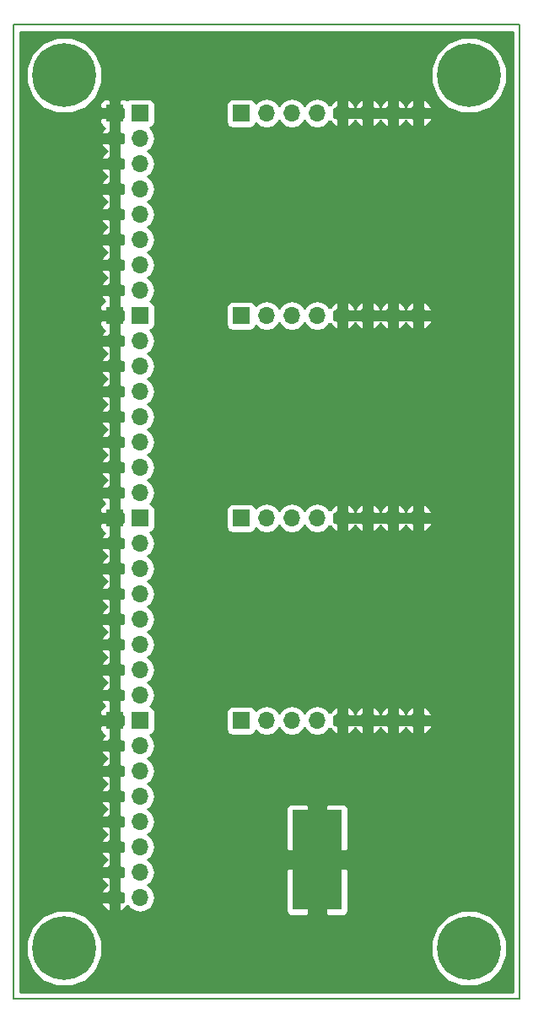
<source format=gbr>
%TF.GenerationSoftware,KiCad,Pcbnew,4.0.7-e2-6376~61~ubuntu18.04.1*%
%TF.CreationDate,2020-08-23T10:05:52+02:00*%
%TF.ProjectId,power,706F7765722E6B696361645F70636200,rev?*%
%TF.FileFunction,Copper,L2,Bot,Signal*%
%FSLAX46Y46*%
G04 Gerber Fmt 4.6, Leading zero omitted, Abs format (unit mm)*
G04 Created by KiCad (PCBNEW 4.0.7-e2-6376~61~ubuntu18.04.1) date Sun Aug 23 10:05:52 2020*
%MOMM*%
%LPD*%
G01*
G04 APERTURE LIST*
%ADD10C,0.100000*%
%ADD11C,0.150000*%
%ADD12R,1.700000X1.700000*%
%ADD13O,1.700000X1.700000*%
%ADD14R,5.000000X10.000000*%
%ADD15C,6.400000*%
%ADD16C,0.254000*%
G04 APERTURE END LIST*
D10*
D11*
X82550000Y-20320000D02*
X31750000Y-20320000D01*
X82550000Y-118110000D02*
X82550000Y-20320000D01*
X31750000Y-118110000D02*
X82550000Y-118110000D01*
X31750000Y-20320000D02*
X31750000Y-118110000D01*
D12*
X54610000Y-90170000D03*
D13*
X57150000Y-90170000D03*
X59690000Y-90170000D03*
X62230000Y-90170000D03*
X64770000Y-90170000D03*
X67310000Y-90170000D03*
X69850000Y-90170000D03*
X72390000Y-90170000D03*
D12*
X54610000Y-69850000D03*
D13*
X57150000Y-69850000D03*
X59690000Y-69850000D03*
X62230000Y-69850000D03*
X64770000Y-69850000D03*
X67310000Y-69850000D03*
X69850000Y-69850000D03*
X72390000Y-69850000D03*
D12*
X54610000Y-49530000D03*
D13*
X57150000Y-49530000D03*
X59690000Y-49530000D03*
X62230000Y-49530000D03*
X64770000Y-49530000D03*
X67310000Y-49530000D03*
X69850000Y-49530000D03*
X72390000Y-49530000D03*
D12*
X54610000Y-29210000D03*
D13*
X57150000Y-29210000D03*
X59690000Y-29210000D03*
X62230000Y-29210000D03*
X64770000Y-29210000D03*
X67310000Y-29210000D03*
X69850000Y-29210000D03*
X72390000Y-29210000D03*
D12*
X44450000Y-90170000D03*
D13*
X44450000Y-92710000D03*
X44450000Y-95250000D03*
X44450000Y-97790000D03*
X44450000Y-100330000D03*
X44450000Y-102870000D03*
X44450000Y-105410000D03*
X44450000Y-107950000D03*
D12*
X41910000Y-90170000D03*
D13*
X41910000Y-92710000D03*
X41910000Y-95250000D03*
X41910000Y-97790000D03*
X41910000Y-100330000D03*
X41910000Y-102870000D03*
X41910000Y-105410000D03*
X41910000Y-107950000D03*
D12*
X44450000Y-49530000D03*
D13*
X44450000Y-52070000D03*
X44450000Y-54610000D03*
X44450000Y-57150000D03*
X44450000Y-59690000D03*
X44450000Y-62230000D03*
X44450000Y-64770000D03*
X44450000Y-67310000D03*
D12*
X41910000Y-69850000D03*
D13*
X41910000Y-72390000D03*
X41910000Y-74930000D03*
X41910000Y-77470000D03*
X41910000Y-80010000D03*
X41910000Y-82550000D03*
X41910000Y-85090000D03*
X41910000Y-87630000D03*
D12*
X44450000Y-69850000D03*
D13*
X44450000Y-72390000D03*
X44450000Y-74930000D03*
X44450000Y-77470000D03*
X44450000Y-80010000D03*
X44450000Y-82550000D03*
X44450000Y-85090000D03*
X44450000Y-87630000D03*
D12*
X41910000Y-29210000D03*
D13*
X41910000Y-31750000D03*
X41910000Y-34290000D03*
X41910000Y-36830000D03*
X41910000Y-39370000D03*
X41910000Y-41910000D03*
X41910000Y-44450000D03*
X41910000Y-46990000D03*
D12*
X44450000Y-29210000D03*
D13*
X44450000Y-31750000D03*
X44450000Y-34290000D03*
X44450000Y-36830000D03*
X44450000Y-39370000D03*
X44450000Y-41910000D03*
X44450000Y-44450000D03*
X44450000Y-46990000D03*
D12*
X41910000Y-49530000D03*
D13*
X41910000Y-52070000D03*
X41910000Y-54610000D03*
X41910000Y-57150000D03*
X41910000Y-59690000D03*
X41910000Y-62230000D03*
X41910000Y-64770000D03*
X41910000Y-67310000D03*
D14*
X62230000Y-104140000D03*
D15*
X36830000Y-25400000D03*
X77470000Y-25400000D03*
X36830000Y-113030000D03*
X77470000Y-113030000D03*
D16*
G36*
X81840000Y-117400000D02*
X32460000Y-117400000D01*
X32460000Y-113789482D01*
X32994336Y-113789482D01*
X33576950Y-115199515D01*
X34654811Y-116279259D01*
X36063825Y-116864333D01*
X37589482Y-116865664D01*
X38999515Y-116283050D01*
X40079259Y-115205189D01*
X40664333Y-113796175D01*
X40664338Y-113789482D01*
X73634336Y-113789482D01*
X74216950Y-115199515D01*
X75294811Y-116279259D01*
X76703825Y-116864333D01*
X78229482Y-116865664D01*
X79639515Y-116283050D01*
X80719259Y-115205189D01*
X81304333Y-113796175D01*
X81305664Y-112270518D01*
X80723050Y-110860485D01*
X79645189Y-109780741D01*
X78236175Y-109195667D01*
X76710518Y-109194336D01*
X75300485Y-109776950D01*
X74220741Y-110854811D01*
X73635667Y-112263825D01*
X73634336Y-113789482D01*
X40664338Y-113789482D01*
X40665664Y-112270518D01*
X40083050Y-110860485D01*
X39005189Y-109780741D01*
X37596175Y-109195667D01*
X36070518Y-109194336D01*
X34660485Y-109776950D01*
X33580741Y-110854811D01*
X32995667Y-112263825D01*
X32994336Y-113789482D01*
X32460000Y-113789482D01*
X32460000Y-108592356D01*
X40571119Y-108592356D01*
X40804155Y-108941175D01*
X41267639Y-109288915D01*
X41485000Y-109214168D01*
X41485000Y-108375000D01*
X40653690Y-108375000D01*
X40571119Y-108592356D01*
X32460000Y-108592356D01*
X32460000Y-106052356D01*
X40571119Y-106052356D01*
X40804155Y-106401175D01*
X41175786Y-106680000D01*
X40804155Y-106958825D01*
X40571119Y-107307644D01*
X40653690Y-107525000D01*
X41485000Y-107525000D01*
X41485000Y-106685832D01*
X41468041Y-106680000D01*
X41485000Y-106674168D01*
X41485000Y-105835000D01*
X40653690Y-105835000D01*
X40571119Y-106052356D01*
X32460000Y-106052356D01*
X32460000Y-103512356D01*
X40571119Y-103512356D01*
X40804155Y-103861175D01*
X41175786Y-104140000D01*
X40804155Y-104418825D01*
X40571119Y-104767644D01*
X40653690Y-104985000D01*
X41485000Y-104985000D01*
X41485000Y-104145832D01*
X41468041Y-104140000D01*
X41485000Y-104134168D01*
X41485000Y-103295000D01*
X40653690Y-103295000D01*
X40571119Y-103512356D01*
X32460000Y-103512356D01*
X32460000Y-100972356D01*
X40571119Y-100972356D01*
X40804155Y-101321175D01*
X41175786Y-101600000D01*
X40804155Y-101878825D01*
X40571119Y-102227644D01*
X40653690Y-102445000D01*
X41485000Y-102445000D01*
X41485000Y-101605832D01*
X41468041Y-101600000D01*
X41485000Y-101594168D01*
X41485000Y-100755000D01*
X40653690Y-100755000D01*
X40571119Y-100972356D01*
X32460000Y-100972356D01*
X32460000Y-98432356D01*
X40571119Y-98432356D01*
X40804155Y-98781175D01*
X41175786Y-99060000D01*
X40804155Y-99338825D01*
X40571119Y-99687644D01*
X40653690Y-99905000D01*
X41485000Y-99905000D01*
X41485000Y-99065832D01*
X41468041Y-99060000D01*
X41485000Y-99054168D01*
X41485000Y-98215000D01*
X40653690Y-98215000D01*
X40571119Y-98432356D01*
X32460000Y-98432356D01*
X32460000Y-95892356D01*
X40571119Y-95892356D01*
X40804155Y-96241175D01*
X41175786Y-96520000D01*
X40804155Y-96798825D01*
X40571119Y-97147644D01*
X40653690Y-97365000D01*
X41485000Y-97365000D01*
X41485000Y-96525832D01*
X41468041Y-96520000D01*
X41485000Y-96514168D01*
X41485000Y-95675000D01*
X40653690Y-95675000D01*
X40571119Y-95892356D01*
X32460000Y-95892356D01*
X32460000Y-93352356D01*
X40571119Y-93352356D01*
X40804155Y-93701175D01*
X41175786Y-93980000D01*
X40804155Y-94258825D01*
X40571119Y-94607644D01*
X40653690Y-94825000D01*
X41485000Y-94825000D01*
X41485000Y-93985832D01*
X41468041Y-93980000D01*
X41485000Y-93974168D01*
X41485000Y-93135000D01*
X40653690Y-93135000D01*
X40571119Y-93352356D01*
X32460000Y-93352356D01*
X32460000Y-90753750D01*
X40425000Y-90753750D01*
X40425000Y-91146310D01*
X40521673Y-91379699D01*
X40700302Y-91558327D01*
X40905041Y-91643133D01*
X40804155Y-91718825D01*
X40571119Y-92067644D01*
X40653690Y-92285000D01*
X41485000Y-92285000D01*
X41485000Y-90595000D01*
X40583750Y-90595000D01*
X40425000Y-90753750D01*
X32460000Y-90753750D01*
X32460000Y-89193690D01*
X40425000Y-89193690D01*
X40425000Y-89586250D01*
X40583750Y-89745000D01*
X41485000Y-89745000D01*
X41485000Y-88055000D01*
X40653690Y-88055000D01*
X40571119Y-88272356D01*
X40804155Y-88621175D01*
X40905041Y-88696867D01*
X40700302Y-88781673D01*
X40521673Y-88960301D01*
X40425000Y-89193690D01*
X32460000Y-89193690D01*
X32460000Y-85732356D01*
X40571119Y-85732356D01*
X40804155Y-86081175D01*
X41175786Y-86360000D01*
X40804155Y-86638825D01*
X40571119Y-86987644D01*
X40653690Y-87205000D01*
X41485000Y-87205000D01*
X41485000Y-86365832D01*
X41468041Y-86360000D01*
X41485000Y-86354168D01*
X41485000Y-85515000D01*
X40653690Y-85515000D01*
X40571119Y-85732356D01*
X32460000Y-85732356D01*
X32460000Y-83192356D01*
X40571119Y-83192356D01*
X40804155Y-83541175D01*
X41175786Y-83820000D01*
X40804155Y-84098825D01*
X40571119Y-84447644D01*
X40653690Y-84665000D01*
X41485000Y-84665000D01*
X41485000Y-83825832D01*
X41468041Y-83820000D01*
X41485000Y-83814168D01*
X41485000Y-82975000D01*
X40653690Y-82975000D01*
X40571119Y-83192356D01*
X32460000Y-83192356D01*
X32460000Y-80652356D01*
X40571119Y-80652356D01*
X40804155Y-81001175D01*
X41175786Y-81280000D01*
X40804155Y-81558825D01*
X40571119Y-81907644D01*
X40653690Y-82125000D01*
X41485000Y-82125000D01*
X41485000Y-81285832D01*
X41468041Y-81280000D01*
X41485000Y-81274168D01*
X41485000Y-80435000D01*
X40653690Y-80435000D01*
X40571119Y-80652356D01*
X32460000Y-80652356D01*
X32460000Y-78112356D01*
X40571119Y-78112356D01*
X40804155Y-78461175D01*
X41175786Y-78740000D01*
X40804155Y-79018825D01*
X40571119Y-79367644D01*
X40653690Y-79585000D01*
X41485000Y-79585000D01*
X41485000Y-78745832D01*
X41468041Y-78740000D01*
X41485000Y-78734168D01*
X41485000Y-77895000D01*
X40653690Y-77895000D01*
X40571119Y-78112356D01*
X32460000Y-78112356D01*
X32460000Y-75572356D01*
X40571119Y-75572356D01*
X40804155Y-75921175D01*
X41175786Y-76200000D01*
X40804155Y-76478825D01*
X40571119Y-76827644D01*
X40653690Y-77045000D01*
X41485000Y-77045000D01*
X41485000Y-76205832D01*
X41468041Y-76200000D01*
X41485000Y-76194168D01*
X41485000Y-75355000D01*
X40653690Y-75355000D01*
X40571119Y-75572356D01*
X32460000Y-75572356D01*
X32460000Y-73032356D01*
X40571119Y-73032356D01*
X40804155Y-73381175D01*
X41175786Y-73660000D01*
X40804155Y-73938825D01*
X40571119Y-74287644D01*
X40653690Y-74505000D01*
X41485000Y-74505000D01*
X41485000Y-73665832D01*
X41468041Y-73660000D01*
X41485000Y-73654168D01*
X41485000Y-72815000D01*
X40653690Y-72815000D01*
X40571119Y-73032356D01*
X32460000Y-73032356D01*
X32460000Y-70433750D01*
X40425000Y-70433750D01*
X40425000Y-70826310D01*
X40521673Y-71059699D01*
X40700302Y-71238327D01*
X40905041Y-71323133D01*
X40804155Y-71398825D01*
X40571119Y-71747644D01*
X40653690Y-71965000D01*
X41485000Y-71965000D01*
X41485000Y-70275000D01*
X40583750Y-70275000D01*
X40425000Y-70433750D01*
X32460000Y-70433750D01*
X32460000Y-68873690D01*
X40425000Y-68873690D01*
X40425000Y-69266250D01*
X40583750Y-69425000D01*
X41485000Y-69425000D01*
X41485000Y-67735000D01*
X40653690Y-67735000D01*
X40571119Y-67952356D01*
X40804155Y-68301175D01*
X40905041Y-68376867D01*
X40700302Y-68461673D01*
X40521673Y-68640301D01*
X40425000Y-68873690D01*
X32460000Y-68873690D01*
X32460000Y-65412356D01*
X40571119Y-65412356D01*
X40804155Y-65761175D01*
X41175786Y-66040000D01*
X40804155Y-66318825D01*
X40571119Y-66667644D01*
X40653690Y-66885000D01*
X41485000Y-66885000D01*
X41485000Y-66045832D01*
X41468041Y-66040000D01*
X41485000Y-66034168D01*
X41485000Y-65195000D01*
X40653690Y-65195000D01*
X40571119Y-65412356D01*
X32460000Y-65412356D01*
X32460000Y-62872356D01*
X40571119Y-62872356D01*
X40804155Y-63221175D01*
X41175786Y-63500000D01*
X40804155Y-63778825D01*
X40571119Y-64127644D01*
X40653690Y-64345000D01*
X41485000Y-64345000D01*
X41485000Y-63505832D01*
X41468041Y-63500000D01*
X41485000Y-63494168D01*
X41485000Y-62655000D01*
X40653690Y-62655000D01*
X40571119Y-62872356D01*
X32460000Y-62872356D01*
X32460000Y-60332356D01*
X40571119Y-60332356D01*
X40804155Y-60681175D01*
X41175786Y-60960000D01*
X40804155Y-61238825D01*
X40571119Y-61587644D01*
X40653690Y-61805000D01*
X41485000Y-61805000D01*
X41485000Y-60965832D01*
X41468041Y-60960000D01*
X41485000Y-60954168D01*
X41485000Y-60115000D01*
X40653690Y-60115000D01*
X40571119Y-60332356D01*
X32460000Y-60332356D01*
X32460000Y-57792356D01*
X40571119Y-57792356D01*
X40804155Y-58141175D01*
X41175786Y-58420000D01*
X40804155Y-58698825D01*
X40571119Y-59047644D01*
X40653690Y-59265000D01*
X41485000Y-59265000D01*
X41485000Y-58425832D01*
X41468041Y-58420000D01*
X41485000Y-58414168D01*
X41485000Y-57575000D01*
X40653690Y-57575000D01*
X40571119Y-57792356D01*
X32460000Y-57792356D01*
X32460000Y-55252356D01*
X40571119Y-55252356D01*
X40804155Y-55601175D01*
X41175786Y-55880000D01*
X40804155Y-56158825D01*
X40571119Y-56507644D01*
X40653690Y-56725000D01*
X41485000Y-56725000D01*
X41485000Y-55885832D01*
X41468041Y-55880000D01*
X41485000Y-55874168D01*
X41485000Y-55035000D01*
X40653690Y-55035000D01*
X40571119Y-55252356D01*
X32460000Y-55252356D01*
X32460000Y-52712356D01*
X40571119Y-52712356D01*
X40804155Y-53061175D01*
X41175786Y-53340000D01*
X40804155Y-53618825D01*
X40571119Y-53967644D01*
X40653690Y-54185000D01*
X41485000Y-54185000D01*
X41485000Y-53345832D01*
X41468041Y-53340000D01*
X41485000Y-53334168D01*
X41485000Y-52495000D01*
X40653690Y-52495000D01*
X40571119Y-52712356D01*
X32460000Y-52712356D01*
X32460000Y-50113750D01*
X40425000Y-50113750D01*
X40425000Y-50506310D01*
X40521673Y-50739699D01*
X40700302Y-50918327D01*
X40905041Y-51003133D01*
X40804155Y-51078825D01*
X40571119Y-51427644D01*
X40653690Y-51645000D01*
X41485000Y-51645000D01*
X41485000Y-49955000D01*
X40583750Y-49955000D01*
X40425000Y-50113750D01*
X32460000Y-50113750D01*
X32460000Y-48553690D01*
X40425000Y-48553690D01*
X40425000Y-48946250D01*
X40583750Y-49105000D01*
X41485000Y-49105000D01*
X41485000Y-47415000D01*
X40653690Y-47415000D01*
X40571119Y-47632356D01*
X40804155Y-47981175D01*
X40905041Y-48056867D01*
X40700302Y-48141673D01*
X40521673Y-48320301D01*
X40425000Y-48553690D01*
X32460000Y-48553690D01*
X32460000Y-45092356D01*
X40571119Y-45092356D01*
X40804155Y-45441175D01*
X41175786Y-45720000D01*
X40804155Y-45998825D01*
X40571119Y-46347644D01*
X40653690Y-46565000D01*
X41485000Y-46565000D01*
X41485000Y-45725832D01*
X41468041Y-45720000D01*
X41485000Y-45714168D01*
X41485000Y-44875000D01*
X40653690Y-44875000D01*
X40571119Y-45092356D01*
X32460000Y-45092356D01*
X32460000Y-42552356D01*
X40571119Y-42552356D01*
X40804155Y-42901175D01*
X41175786Y-43180000D01*
X40804155Y-43458825D01*
X40571119Y-43807644D01*
X40653690Y-44025000D01*
X41485000Y-44025000D01*
X41485000Y-43185832D01*
X41468041Y-43180000D01*
X41485000Y-43174168D01*
X41485000Y-42335000D01*
X40653690Y-42335000D01*
X40571119Y-42552356D01*
X32460000Y-42552356D01*
X32460000Y-40012356D01*
X40571119Y-40012356D01*
X40804155Y-40361175D01*
X41175786Y-40640000D01*
X40804155Y-40918825D01*
X40571119Y-41267644D01*
X40653690Y-41485000D01*
X41485000Y-41485000D01*
X41485000Y-40645832D01*
X41468041Y-40640000D01*
X41485000Y-40634168D01*
X41485000Y-39795000D01*
X40653690Y-39795000D01*
X40571119Y-40012356D01*
X32460000Y-40012356D01*
X32460000Y-37472356D01*
X40571119Y-37472356D01*
X40804155Y-37821175D01*
X41175786Y-38100000D01*
X40804155Y-38378825D01*
X40571119Y-38727644D01*
X40653690Y-38945000D01*
X41485000Y-38945000D01*
X41485000Y-38105832D01*
X41468041Y-38100000D01*
X41485000Y-38094168D01*
X41485000Y-37255000D01*
X40653690Y-37255000D01*
X40571119Y-37472356D01*
X32460000Y-37472356D01*
X32460000Y-34932356D01*
X40571119Y-34932356D01*
X40804155Y-35281175D01*
X41175786Y-35560000D01*
X40804155Y-35838825D01*
X40571119Y-36187644D01*
X40653690Y-36405000D01*
X41485000Y-36405000D01*
X41485000Y-35565832D01*
X41468041Y-35560000D01*
X41485000Y-35554168D01*
X41485000Y-34715000D01*
X40653690Y-34715000D01*
X40571119Y-34932356D01*
X32460000Y-34932356D01*
X32460000Y-32392356D01*
X40571119Y-32392356D01*
X40804155Y-32741175D01*
X41175786Y-33020000D01*
X40804155Y-33298825D01*
X40571119Y-33647644D01*
X40653690Y-33865000D01*
X41485000Y-33865000D01*
X41485000Y-33025832D01*
X41468041Y-33020000D01*
X41485000Y-33014168D01*
X41485000Y-32175000D01*
X40653690Y-32175000D01*
X40571119Y-32392356D01*
X32460000Y-32392356D01*
X32460000Y-29793750D01*
X40425000Y-29793750D01*
X40425000Y-30186310D01*
X40521673Y-30419699D01*
X40700302Y-30598327D01*
X40905041Y-30683133D01*
X40804155Y-30758825D01*
X40571119Y-31107644D01*
X40653690Y-31325000D01*
X41485000Y-31325000D01*
X41485000Y-29635000D01*
X40583750Y-29635000D01*
X40425000Y-29793750D01*
X32460000Y-29793750D01*
X32460000Y-26159482D01*
X32994336Y-26159482D01*
X33576950Y-27569515D01*
X34654811Y-28649259D01*
X36063825Y-29234333D01*
X37589482Y-29235664D01*
X38999515Y-28653050D01*
X39419607Y-28233690D01*
X40425000Y-28233690D01*
X40425000Y-28626250D01*
X40583750Y-28785000D01*
X41485000Y-28785000D01*
X41485000Y-27883750D01*
X42335000Y-27883750D01*
X42335000Y-28785000D01*
X42760000Y-28785000D01*
X42760000Y-29635000D01*
X42335000Y-29635000D01*
X42335000Y-31325000D01*
X42760000Y-31325000D01*
X42760000Y-32175000D01*
X42335000Y-32175000D01*
X42335000Y-33014168D01*
X42351959Y-33020000D01*
X42335000Y-33025832D01*
X42335000Y-33865000D01*
X42760000Y-33865000D01*
X42760000Y-34715000D01*
X42335000Y-34715000D01*
X42335000Y-35554168D01*
X42351959Y-35560000D01*
X42335000Y-35565832D01*
X42335000Y-36405000D01*
X42760000Y-36405000D01*
X42760000Y-37255000D01*
X42335000Y-37255000D01*
X42335000Y-38094168D01*
X42351959Y-38100000D01*
X42335000Y-38105832D01*
X42335000Y-38945000D01*
X42760000Y-38945000D01*
X42760000Y-39795000D01*
X42335000Y-39795000D01*
X42335000Y-40634168D01*
X42351959Y-40640000D01*
X42335000Y-40645832D01*
X42335000Y-41485000D01*
X42760000Y-41485000D01*
X42760000Y-42335000D01*
X42335000Y-42335000D01*
X42335000Y-43174168D01*
X42351959Y-43180000D01*
X42335000Y-43185832D01*
X42335000Y-44025000D01*
X42760000Y-44025000D01*
X42760000Y-44875000D01*
X42335000Y-44875000D01*
X42335000Y-45714168D01*
X42351959Y-45720000D01*
X42335000Y-45725832D01*
X42335000Y-46565000D01*
X42760000Y-46565000D01*
X42760000Y-47415000D01*
X42335000Y-47415000D01*
X42335000Y-49105000D01*
X42760000Y-49105000D01*
X42760000Y-49955000D01*
X42335000Y-49955000D01*
X42335000Y-51645000D01*
X42760000Y-51645000D01*
X42760000Y-52495000D01*
X42335000Y-52495000D01*
X42335000Y-53334168D01*
X42351959Y-53340000D01*
X42335000Y-53345832D01*
X42335000Y-54185000D01*
X42760000Y-54185000D01*
X42760000Y-55035000D01*
X42335000Y-55035000D01*
X42335000Y-55874168D01*
X42351959Y-55880000D01*
X42335000Y-55885832D01*
X42335000Y-56725000D01*
X42760000Y-56725000D01*
X42760000Y-57575000D01*
X42335000Y-57575000D01*
X42335000Y-58414168D01*
X42351959Y-58420000D01*
X42335000Y-58425832D01*
X42335000Y-59265000D01*
X42760000Y-59265000D01*
X42760000Y-60115000D01*
X42335000Y-60115000D01*
X42335000Y-60954168D01*
X42351959Y-60960000D01*
X42335000Y-60965832D01*
X42335000Y-61805000D01*
X42760000Y-61805000D01*
X42760000Y-62655000D01*
X42335000Y-62655000D01*
X42335000Y-63494168D01*
X42351959Y-63500000D01*
X42335000Y-63505832D01*
X42335000Y-64345000D01*
X42760000Y-64345000D01*
X42760000Y-65195000D01*
X42335000Y-65195000D01*
X42335000Y-66034168D01*
X42351959Y-66040000D01*
X42335000Y-66045832D01*
X42335000Y-66885000D01*
X42760000Y-66885000D01*
X42760000Y-67735000D01*
X42335000Y-67735000D01*
X42335000Y-69425000D01*
X42760000Y-69425000D01*
X42760000Y-70275000D01*
X42335000Y-70275000D01*
X42335000Y-71965000D01*
X42760000Y-71965000D01*
X42760000Y-72815000D01*
X42335000Y-72815000D01*
X42335000Y-73654168D01*
X42351959Y-73660000D01*
X42335000Y-73665832D01*
X42335000Y-74505000D01*
X42760000Y-74505000D01*
X42760000Y-75355000D01*
X42335000Y-75355000D01*
X42335000Y-76194168D01*
X42351959Y-76200000D01*
X42335000Y-76205832D01*
X42335000Y-77045000D01*
X42760000Y-77045000D01*
X42760000Y-77895000D01*
X42335000Y-77895000D01*
X42335000Y-78734168D01*
X42351959Y-78740000D01*
X42335000Y-78745832D01*
X42335000Y-79585000D01*
X42760000Y-79585000D01*
X42760000Y-80435000D01*
X42335000Y-80435000D01*
X42335000Y-81274168D01*
X42351959Y-81280000D01*
X42335000Y-81285832D01*
X42335000Y-82125000D01*
X42760000Y-82125000D01*
X42760000Y-82975000D01*
X42335000Y-82975000D01*
X42335000Y-83814168D01*
X42351959Y-83820000D01*
X42335000Y-83825832D01*
X42335000Y-84665000D01*
X42760000Y-84665000D01*
X42760000Y-85515000D01*
X42335000Y-85515000D01*
X42335000Y-86354168D01*
X42351959Y-86360000D01*
X42335000Y-86365832D01*
X42335000Y-87205000D01*
X42760000Y-87205000D01*
X42760000Y-88055000D01*
X42335000Y-88055000D01*
X42335000Y-89745000D01*
X42760000Y-89745000D01*
X42760000Y-90595000D01*
X42335000Y-90595000D01*
X42335000Y-92285000D01*
X42760000Y-92285000D01*
X42760000Y-93135000D01*
X42335000Y-93135000D01*
X42335000Y-93974168D01*
X42351959Y-93980000D01*
X42335000Y-93985832D01*
X42335000Y-94825000D01*
X42760000Y-94825000D01*
X42760000Y-95675000D01*
X42335000Y-95675000D01*
X42335000Y-96514168D01*
X42351959Y-96520000D01*
X42335000Y-96525832D01*
X42335000Y-97365000D01*
X42760000Y-97365000D01*
X42760000Y-98215000D01*
X42335000Y-98215000D01*
X42335000Y-99054168D01*
X42351959Y-99060000D01*
X42335000Y-99065832D01*
X42335000Y-99905000D01*
X42760000Y-99905000D01*
X42760000Y-100755000D01*
X42335000Y-100755000D01*
X42335000Y-101594168D01*
X42351959Y-101600000D01*
X42335000Y-101605832D01*
X42335000Y-102445000D01*
X42760000Y-102445000D01*
X42760000Y-103295000D01*
X42335000Y-103295000D01*
X42335000Y-104134168D01*
X42351959Y-104140000D01*
X42335000Y-104145832D01*
X42335000Y-104985000D01*
X42760000Y-104985000D01*
X42760000Y-105835000D01*
X42335000Y-105835000D01*
X42335000Y-106674168D01*
X42351959Y-106680000D01*
X42335000Y-106685832D01*
X42335000Y-107525000D01*
X42760000Y-107525000D01*
X42760000Y-108375000D01*
X42335000Y-108375000D01*
X42335000Y-109214168D01*
X42552361Y-109288915D01*
X43015845Y-108941175D01*
X43094793Y-108823002D01*
X43252551Y-108823002D01*
X43370853Y-109000054D01*
X43852622Y-109321961D01*
X44420907Y-109435000D01*
X44479093Y-109435000D01*
X45047378Y-109321961D01*
X45529147Y-109000054D01*
X45851054Y-108518285D01*
X45964093Y-107950000D01*
X45851054Y-107381715D01*
X45529147Y-106899946D01*
X45199974Y-106680000D01*
X45529147Y-106460054D01*
X45851054Y-105978285D01*
X45964093Y-105410000D01*
X45916703Y-105171750D01*
X59095000Y-105171750D01*
X59095000Y-109266310D01*
X59191673Y-109499699D01*
X59370302Y-109678327D01*
X59603691Y-109775000D01*
X61198250Y-109775000D01*
X61357000Y-109616250D01*
X61357000Y-105013000D01*
X63103000Y-105013000D01*
X63103000Y-109616250D01*
X63261750Y-109775000D01*
X64856309Y-109775000D01*
X65089698Y-109678327D01*
X65268327Y-109499699D01*
X65365000Y-109266310D01*
X65365000Y-105171750D01*
X65206250Y-105013000D01*
X63103000Y-105013000D01*
X61357000Y-105013000D01*
X59253750Y-105013000D01*
X59095000Y-105171750D01*
X45916703Y-105171750D01*
X45851054Y-104841715D01*
X45529147Y-104359946D01*
X45199974Y-104140000D01*
X45529147Y-103920054D01*
X45851054Y-103438285D01*
X45964093Y-102870000D01*
X45851054Y-102301715D01*
X45529147Y-101819946D01*
X45199974Y-101600000D01*
X45529147Y-101380054D01*
X45851054Y-100898285D01*
X45964093Y-100330000D01*
X45851054Y-99761715D01*
X45529147Y-99279946D01*
X45199974Y-99060000D01*
X45269281Y-99013690D01*
X59095000Y-99013690D01*
X59095000Y-103108250D01*
X59253750Y-103267000D01*
X61357000Y-103267000D01*
X61357000Y-98663750D01*
X63103000Y-98663750D01*
X63103000Y-103267000D01*
X65206250Y-103267000D01*
X65365000Y-103108250D01*
X65365000Y-99013690D01*
X65268327Y-98780301D01*
X65089698Y-98601673D01*
X64856309Y-98505000D01*
X63261750Y-98505000D01*
X63103000Y-98663750D01*
X61357000Y-98663750D01*
X61198250Y-98505000D01*
X59603691Y-98505000D01*
X59370302Y-98601673D01*
X59191673Y-98780301D01*
X59095000Y-99013690D01*
X45269281Y-99013690D01*
X45529147Y-98840054D01*
X45851054Y-98358285D01*
X45964093Y-97790000D01*
X45851054Y-97221715D01*
X45529147Y-96739946D01*
X45199974Y-96520000D01*
X45529147Y-96300054D01*
X45851054Y-95818285D01*
X45964093Y-95250000D01*
X45851054Y-94681715D01*
X45529147Y-94199946D01*
X45199974Y-93980000D01*
X45529147Y-93760054D01*
X45851054Y-93278285D01*
X45964093Y-92710000D01*
X45851054Y-92141715D01*
X45529147Y-91659946D01*
X45487548Y-91632150D01*
X45535317Y-91623162D01*
X45751441Y-91484090D01*
X45896431Y-91271890D01*
X45947440Y-91020000D01*
X45947440Y-89320000D01*
X53112560Y-89320000D01*
X53112560Y-91020000D01*
X53156838Y-91255317D01*
X53295910Y-91471441D01*
X53508110Y-91616431D01*
X53760000Y-91667440D01*
X55460000Y-91667440D01*
X55695317Y-91623162D01*
X55911441Y-91484090D01*
X56056431Y-91271890D01*
X56070086Y-91204459D01*
X56099946Y-91249147D01*
X56581715Y-91571054D01*
X57150000Y-91684093D01*
X57718285Y-91571054D01*
X58200054Y-91249147D01*
X58420000Y-90919974D01*
X58639946Y-91249147D01*
X59121715Y-91571054D01*
X59690000Y-91684093D01*
X60258285Y-91571054D01*
X60740054Y-91249147D01*
X60960000Y-90919974D01*
X61179946Y-91249147D01*
X61661715Y-91571054D01*
X62230000Y-91684093D01*
X62798285Y-91571054D01*
X63280054Y-91249147D01*
X63417795Y-91043002D01*
X63604129Y-91043002D01*
X63778825Y-91275845D01*
X64127644Y-91508881D01*
X64345000Y-91426310D01*
X64345000Y-90595000D01*
X65195000Y-90595000D01*
X65195000Y-91426310D01*
X65412356Y-91508881D01*
X65761175Y-91275845D01*
X66040000Y-90904214D01*
X66318825Y-91275845D01*
X66667644Y-91508881D01*
X66885000Y-91426310D01*
X66885000Y-90595000D01*
X67735000Y-90595000D01*
X67735000Y-91426310D01*
X67952356Y-91508881D01*
X68301175Y-91275845D01*
X68580000Y-90904214D01*
X68858825Y-91275845D01*
X69207644Y-91508881D01*
X69425000Y-91426310D01*
X69425000Y-90595000D01*
X70275000Y-90595000D01*
X70275000Y-91426310D01*
X70492356Y-91508881D01*
X70841175Y-91275845D01*
X71120000Y-90904214D01*
X71398825Y-91275845D01*
X71747644Y-91508881D01*
X71965000Y-91426310D01*
X71965000Y-90595000D01*
X72815000Y-90595000D01*
X72815000Y-91426310D01*
X73032356Y-91508881D01*
X73381175Y-91275845D01*
X73728915Y-90812361D01*
X73654168Y-90595000D01*
X72815000Y-90595000D01*
X71965000Y-90595000D01*
X71125832Y-90595000D01*
X71120000Y-90611959D01*
X71114168Y-90595000D01*
X70275000Y-90595000D01*
X69425000Y-90595000D01*
X68585832Y-90595000D01*
X68580000Y-90611959D01*
X68574168Y-90595000D01*
X67735000Y-90595000D01*
X66885000Y-90595000D01*
X66045832Y-90595000D01*
X66040000Y-90611959D01*
X66034168Y-90595000D01*
X65195000Y-90595000D01*
X64345000Y-90595000D01*
X63920000Y-90595000D01*
X63920000Y-89745000D01*
X64345000Y-89745000D01*
X64345000Y-88913690D01*
X65195000Y-88913690D01*
X65195000Y-89745000D01*
X66034168Y-89745000D01*
X66040000Y-89728041D01*
X66045832Y-89745000D01*
X66885000Y-89745000D01*
X66885000Y-88913690D01*
X67735000Y-88913690D01*
X67735000Y-89745000D01*
X68574168Y-89745000D01*
X68580000Y-89728041D01*
X68585832Y-89745000D01*
X69425000Y-89745000D01*
X69425000Y-88913690D01*
X70275000Y-88913690D01*
X70275000Y-89745000D01*
X71114168Y-89745000D01*
X71120000Y-89728041D01*
X71125832Y-89745000D01*
X71965000Y-89745000D01*
X71965000Y-88913690D01*
X72815000Y-88913690D01*
X72815000Y-89745000D01*
X73654168Y-89745000D01*
X73728915Y-89527639D01*
X73381175Y-89064155D01*
X73032356Y-88831119D01*
X72815000Y-88913690D01*
X71965000Y-88913690D01*
X71747644Y-88831119D01*
X71398825Y-89064155D01*
X71120000Y-89435786D01*
X70841175Y-89064155D01*
X70492356Y-88831119D01*
X70275000Y-88913690D01*
X69425000Y-88913690D01*
X69207644Y-88831119D01*
X68858825Y-89064155D01*
X68580000Y-89435786D01*
X68301175Y-89064155D01*
X67952356Y-88831119D01*
X67735000Y-88913690D01*
X66885000Y-88913690D01*
X66667644Y-88831119D01*
X66318825Y-89064155D01*
X66040000Y-89435786D01*
X65761175Y-89064155D01*
X65412356Y-88831119D01*
X65195000Y-88913690D01*
X64345000Y-88913690D01*
X64127644Y-88831119D01*
X63778825Y-89064155D01*
X63604129Y-89296998D01*
X63417795Y-89296998D01*
X63280054Y-89090853D01*
X62798285Y-88768946D01*
X62230000Y-88655907D01*
X61661715Y-88768946D01*
X61179946Y-89090853D01*
X60960000Y-89420026D01*
X60740054Y-89090853D01*
X60258285Y-88768946D01*
X59690000Y-88655907D01*
X59121715Y-88768946D01*
X58639946Y-89090853D01*
X58420000Y-89420026D01*
X58200054Y-89090853D01*
X57718285Y-88768946D01*
X57150000Y-88655907D01*
X56581715Y-88768946D01*
X56099946Y-89090853D01*
X56072150Y-89132452D01*
X56063162Y-89084683D01*
X55924090Y-88868559D01*
X55711890Y-88723569D01*
X55460000Y-88672560D01*
X53760000Y-88672560D01*
X53524683Y-88716838D01*
X53308559Y-88855910D01*
X53163569Y-89068110D01*
X53112560Y-89320000D01*
X45947440Y-89320000D01*
X45903162Y-89084683D01*
X45764090Y-88868559D01*
X45551890Y-88723569D01*
X45484459Y-88709914D01*
X45529147Y-88680054D01*
X45851054Y-88198285D01*
X45964093Y-87630000D01*
X45851054Y-87061715D01*
X45529147Y-86579946D01*
X45199974Y-86360000D01*
X45529147Y-86140054D01*
X45851054Y-85658285D01*
X45964093Y-85090000D01*
X45851054Y-84521715D01*
X45529147Y-84039946D01*
X45199974Y-83820000D01*
X45529147Y-83600054D01*
X45851054Y-83118285D01*
X45964093Y-82550000D01*
X45851054Y-81981715D01*
X45529147Y-81499946D01*
X45199974Y-81280000D01*
X45529147Y-81060054D01*
X45851054Y-80578285D01*
X45964093Y-80010000D01*
X45851054Y-79441715D01*
X45529147Y-78959946D01*
X45199974Y-78740000D01*
X45529147Y-78520054D01*
X45851054Y-78038285D01*
X45964093Y-77470000D01*
X45851054Y-76901715D01*
X45529147Y-76419946D01*
X45199974Y-76200000D01*
X45529147Y-75980054D01*
X45851054Y-75498285D01*
X45964093Y-74930000D01*
X45851054Y-74361715D01*
X45529147Y-73879946D01*
X45199974Y-73660000D01*
X45529147Y-73440054D01*
X45851054Y-72958285D01*
X45964093Y-72390000D01*
X45851054Y-71821715D01*
X45529147Y-71339946D01*
X45487548Y-71312150D01*
X45535317Y-71303162D01*
X45751441Y-71164090D01*
X45896431Y-70951890D01*
X45947440Y-70700000D01*
X45947440Y-69000000D01*
X53112560Y-69000000D01*
X53112560Y-70700000D01*
X53156838Y-70935317D01*
X53295910Y-71151441D01*
X53508110Y-71296431D01*
X53760000Y-71347440D01*
X55460000Y-71347440D01*
X55695317Y-71303162D01*
X55911441Y-71164090D01*
X56056431Y-70951890D01*
X56070086Y-70884459D01*
X56099946Y-70929147D01*
X56581715Y-71251054D01*
X57150000Y-71364093D01*
X57718285Y-71251054D01*
X58200054Y-70929147D01*
X58420000Y-70599974D01*
X58639946Y-70929147D01*
X59121715Y-71251054D01*
X59690000Y-71364093D01*
X60258285Y-71251054D01*
X60740054Y-70929147D01*
X60960000Y-70599974D01*
X61179946Y-70929147D01*
X61661715Y-71251054D01*
X62230000Y-71364093D01*
X62798285Y-71251054D01*
X63280054Y-70929147D01*
X63417795Y-70723002D01*
X63604129Y-70723002D01*
X63778825Y-70955845D01*
X64127644Y-71188881D01*
X64345000Y-71106310D01*
X64345000Y-70275000D01*
X65195000Y-70275000D01*
X65195000Y-71106310D01*
X65412356Y-71188881D01*
X65761175Y-70955845D01*
X66040000Y-70584214D01*
X66318825Y-70955845D01*
X66667644Y-71188881D01*
X66885000Y-71106310D01*
X66885000Y-70275000D01*
X67735000Y-70275000D01*
X67735000Y-71106310D01*
X67952356Y-71188881D01*
X68301175Y-70955845D01*
X68580000Y-70584214D01*
X68858825Y-70955845D01*
X69207644Y-71188881D01*
X69425000Y-71106310D01*
X69425000Y-70275000D01*
X70275000Y-70275000D01*
X70275000Y-71106310D01*
X70492356Y-71188881D01*
X70841175Y-70955845D01*
X71120000Y-70584214D01*
X71398825Y-70955845D01*
X71747644Y-71188881D01*
X71965000Y-71106310D01*
X71965000Y-70275000D01*
X72815000Y-70275000D01*
X72815000Y-71106310D01*
X73032356Y-71188881D01*
X73381175Y-70955845D01*
X73728915Y-70492361D01*
X73654168Y-70275000D01*
X72815000Y-70275000D01*
X71965000Y-70275000D01*
X71125832Y-70275000D01*
X71120000Y-70291959D01*
X71114168Y-70275000D01*
X70275000Y-70275000D01*
X69425000Y-70275000D01*
X68585832Y-70275000D01*
X68580000Y-70291959D01*
X68574168Y-70275000D01*
X67735000Y-70275000D01*
X66885000Y-70275000D01*
X66045832Y-70275000D01*
X66040000Y-70291959D01*
X66034168Y-70275000D01*
X65195000Y-70275000D01*
X64345000Y-70275000D01*
X63920000Y-70275000D01*
X63920000Y-69425000D01*
X64345000Y-69425000D01*
X64345000Y-68593690D01*
X65195000Y-68593690D01*
X65195000Y-69425000D01*
X66034168Y-69425000D01*
X66040000Y-69408041D01*
X66045832Y-69425000D01*
X66885000Y-69425000D01*
X66885000Y-68593690D01*
X67735000Y-68593690D01*
X67735000Y-69425000D01*
X68574168Y-69425000D01*
X68580000Y-69408041D01*
X68585832Y-69425000D01*
X69425000Y-69425000D01*
X69425000Y-68593690D01*
X70275000Y-68593690D01*
X70275000Y-69425000D01*
X71114168Y-69425000D01*
X71120000Y-69408041D01*
X71125832Y-69425000D01*
X71965000Y-69425000D01*
X71965000Y-68593690D01*
X72815000Y-68593690D01*
X72815000Y-69425000D01*
X73654168Y-69425000D01*
X73728915Y-69207639D01*
X73381175Y-68744155D01*
X73032356Y-68511119D01*
X72815000Y-68593690D01*
X71965000Y-68593690D01*
X71747644Y-68511119D01*
X71398825Y-68744155D01*
X71120000Y-69115786D01*
X70841175Y-68744155D01*
X70492356Y-68511119D01*
X70275000Y-68593690D01*
X69425000Y-68593690D01*
X69207644Y-68511119D01*
X68858825Y-68744155D01*
X68580000Y-69115786D01*
X68301175Y-68744155D01*
X67952356Y-68511119D01*
X67735000Y-68593690D01*
X66885000Y-68593690D01*
X66667644Y-68511119D01*
X66318825Y-68744155D01*
X66040000Y-69115786D01*
X65761175Y-68744155D01*
X65412356Y-68511119D01*
X65195000Y-68593690D01*
X64345000Y-68593690D01*
X64127644Y-68511119D01*
X63778825Y-68744155D01*
X63604129Y-68976998D01*
X63417795Y-68976998D01*
X63280054Y-68770853D01*
X62798285Y-68448946D01*
X62230000Y-68335907D01*
X61661715Y-68448946D01*
X61179946Y-68770853D01*
X60960000Y-69100026D01*
X60740054Y-68770853D01*
X60258285Y-68448946D01*
X59690000Y-68335907D01*
X59121715Y-68448946D01*
X58639946Y-68770853D01*
X58420000Y-69100026D01*
X58200054Y-68770853D01*
X57718285Y-68448946D01*
X57150000Y-68335907D01*
X56581715Y-68448946D01*
X56099946Y-68770853D01*
X56072150Y-68812452D01*
X56063162Y-68764683D01*
X55924090Y-68548559D01*
X55711890Y-68403569D01*
X55460000Y-68352560D01*
X53760000Y-68352560D01*
X53524683Y-68396838D01*
X53308559Y-68535910D01*
X53163569Y-68748110D01*
X53112560Y-69000000D01*
X45947440Y-69000000D01*
X45903162Y-68764683D01*
X45764090Y-68548559D01*
X45551890Y-68403569D01*
X45484459Y-68389914D01*
X45529147Y-68360054D01*
X45851054Y-67878285D01*
X45964093Y-67310000D01*
X45851054Y-66741715D01*
X45529147Y-66259946D01*
X45199974Y-66040000D01*
X45529147Y-65820054D01*
X45851054Y-65338285D01*
X45964093Y-64770000D01*
X45851054Y-64201715D01*
X45529147Y-63719946D01*
X45199974Y-63500000D01*
X45529147Y-63280054D01*
X45851054Y-62798285D01*
X45964093Y-62230000D01*
X45851054Y-61661715D01*
X45529147Y-61179946D01*
X45199974Y-60960000D01*
X45529147Y-60740054D01*
X45851054Y-60258285D01*
X45964093Y-59690000D01*
X45851054Y-59121715D01*
X45529147Y-58639946D01*
X45199974Y-58420000D01*
X45529147Y-58200054D01*
X45851054Y-57718285D01*
X45964093Y-57150000D01*
X45851054Y-56581715D01*
X45529147Y-56099946D01*
X45199974Y-55880000D01*
X45529147Y-55660054D01*
X45851054Y-55178285D01*
X45964093Y-54610000D01*
X45851054Y-54041715D01*
X45529147Y-53559946D01*
X45199974Y-53340000D01*
X45529147Y-53120054D01*
X45851054Y-52638285D01*
X45964093Y-52070000D01*
X45851054Y-51501715D01*
X45529147Y-51019946D01*
X45487548Y-50992150D01*
X45535317Y-50983162D01*
X45751441Y-50844090D01*
X45896431Y-50631890D01*
X45947440Y-50380000D01*
X45947440Y-48680000D01*
X53112560Y-48680000D01*
X53112560Y-50380000D01*
X53156838Y-50615317D01*
X53295910Y-50831441D01*
X53508110Y-50976431D01*
X53760000Y-51027440D01*
X55460000Y-51027440D01*
X55695317Y-50983162D01*
X55911441Y-50844090D01*
X56056431Y-50631890D01*
X56070086Y-50564459D01*
X56099946Y-50609147D01*
X56581715Y-50931054D01*
X57150000Y-51044093D01*
X57718285Y-50931054D01*
X58200054Y-50609147D01*
X58420000Y-50279974D01*
X58639946Y-50609147D01*
X59121715Y-50931054D01*
X59690000Y-51044093D01*
X60258285Y-50931054D01*
X60740054Y-50609147D01*
X60960000Y-50279974D01*
X61179946Y-50609147D01*
X61661715Y-50931054D01*
X62230000Y-51044093D01*
X62798285Y-50931054D01*
X63280054Y-50609147D01*
X63417795Y-50403002D01*
X63604129Y-50403002D01*
X63778825Y-50635845D01*
X64127644Y-50868881D01*
X64345000Y-50786310D01*
X64345000Y-49955000D01*
X65195000Y-49955000D01*
X65195000Y-50786310D01*
X65412356Y-50868881D01*
X65761175Y-50635845D01*
X66040000Y-50264214D01*
X66318825Y-50635845D01*
X66667644Y-50868881D01*
X66885000Y-50786310D01*
X66885000Y-49955000D01*
X67735000Y-49955000D01*
X67735000Y-50786310D01*
X67952356Y-50868881D01*
X68301175Y-50635845D01*
X68580000Y-50264214D01*
X68858825Y-50635845D01*
X69207644Y-50868881D01*
X69425000Y-50786310D01*
X69425000Y-49955000D01*
X70275000Y-49955000D01*
X70275000Y-50786310D01*
X70492356Y-50868881D01*
X70841175Y-50635845D01*
X71120000Y-50264214D01*
X71398825Y-50635845D01*
X71747644Y-50868881D01*
X71965000Y-50786310D01*
X71965000Y-49955000D01*
X72815000Y-49955000D01*
X72815000Y-50786310D01*
X73032356Y-50868881D01*
X73381175Y-50635845D01*
X73728915Y-50172361D01*
X73654168Y-49955000D01*
X72815000Y-49955000D01*
X71965000Y-49955000D01*
X71125832Y-49955000D01*
X71120000Y-49971959D01*
X71114168Y-49955000D01*
X70275000Y-49955000D01*
X69425000Y-49955000D01*
X68585832Y-49955000D01*
X68580000Y-49971959D01*
X68574168Y-49955000D01*
X67735000Y-49955000D01*
X66885000Y-49955000D01*
X66045832Y-49955000D01*
X66040000Y-49971959D01*
X66034168Y-49955000D01*
X65195000Y-49955000D01*
X64345000Y-49955000D01*
X63920000Y-49955000D01*
X63920000Y-49105000D01*
X64345000Y-49105000D01*
X64345000Y-48273690D01*
X65195000Y-48273690D01*
X65195000Y-49105000D01*
X66034168Y-49105000D01*
X66040000Y-49088041D01*
X66045832Y-49105000D01*
X66885000Y-49105000D01*
X66885000Y-48273690D01*
X67735000Y-48273690D01*
X67735000Y-49105000D01*
X68574168Y-49105000D01*
X68580000Y-49088041D01*
X68585832Y-49105000D01*
X69425000Y-49105000D01*
X69425000Y-48273690D01*
X70275000Y-48273690D01*
X70275000Y-49105000D01*
X71114168Y-49105000D01*
X71120000Y-49088041D01*
X71125832Y-49105000D01*
X71965000Y-49105000D01*
X71965000Y-48273690D01*
X72815000Y-48273690D01*
X72815000Y-49105000D01*
X73654168Y-49105000D01*
X73728915Y-48887639D01*
X73381175Y-48424155D01*
X73032356Y-48191119D01*
X72815000Y-48273690D01*
X71965000Y-48273690D01*
X71747644Y-48191119D01*
X71398825Y-48424155D01*
X71120000Y-48795786D01*
X70841175Y-48424155D01*
X70492356Y-48191119D01*
X70275000Y-48273690D01*
X69425000Y-48273690D01*
X69207644Y-48191119D01*
X68858825Y-48424155D01*
X68580000Y-48795786D01*
X68301175Y-48424155D01*
X67952356Y-48191119D01*
X67735000Y-48273690D01*
X66885000Y-48273690D01*
X66667644Y-48191119D01*
X66318825Y-48424155D01*
X66040000Y-48795786D01*
X65761175Y-48424155D01*
X65412356Y-48191119D01*
X65195000Y-48273690D01*
X64345000Y-48273690D01*
X64127644Y-48191119D01*
X63778825Y-48424155D01*
X63604129Y-48656998D01*
X63417795Y-48656998D01*
X63280054Y-48450853D01*
X62798285Y-48128946D01*
X62230000Y-48015907D01*
X61661715Y-48128946D01*
X61179946Y-48450853D01*
X60960000Y-48780026D01*
X60740054Y-48450853D01*
X60258285Y-48128946D01*
X59690000Y-48015907D01*
X59121715Y-48128946D01*
X58639946Y-48450853D01*
X58420000Y-48780026D01*
X58200054Y-48450853D01*
X57718285Y-48128946D01*
X57150000Y-48015907D01*
X56581715Y-48128946D01*
X56099946Y-48450853D01*
X56072150Y-48492452D01*
X56063162Y-48444683D01*
X55924090Y-48228559D01*
X55711890Y-48083569D01*
X55460000Y-48032560D01*
X53760000Y-48032560D01*
X53524683Y-48076838D01*
X53308559Y-48215910D01*
X53163569Y-48428110D01*
X53112560Y-48680000D01*
X45947440Y-48680000D01*
X45903162Y-48444683D01*
X45764090Y-48228559D01*
X45551890Y-48083569D01*
X45484459Y-48069914D01*
X45529147Y-48040054D01*
X45851054Y-47558285D01*
X45964093Y-46990000D01*
X45851054Y-46421715D01*
X45529147Y-45939946D01*
X45199974Y-45720000D01*
X45529147Y-45500054D01*
X45851054Y-45018285D01*
X45964093Y-44450000D01*
X45851054Y-43881715D01*
X45529147Y-43399946D01*
X45199974Y-43180000D01*
X45529147Y-42960054D01*
X45851054Y-42478285D01*
X45964093Y-41910000D01*
X45851054Y-41341715D01*
X45529147Y-40859946D01*
X45199974Y-40640000D01*
X45529147Y-40420054D01*
X45851054Y-39938285D01*
X45964093Y-39370000D01*
X45851054Y-38801715D01*
X45529147Y-38319946D01*
X45199974Y-38100000D01*
X45529147Y-37880054D01*
X45851054Y-37398285D01*
X45964093Y-36830000D01*
X45851054Y-36261715D01*
X45529147Y-35779946D01*
X45199974Y-35560000D01*
X45529147Y-35340054D01*
X45851054Y-34858285D01*
X45964093Y-34290000D01*
X45851054Y-33721715D01*
X45529147Y-33239946D01*
X45199974Y-33020000D01*
X45529147Y-32800054D01*
X45851054Y-32318285D01*
X45964093Y-31750000D01*
X45851054Y-31181715D01*
X45529147Y-30699946D01*
X45487548Y-30672150D01*
X45535317Y-30663162D01*
X45751441Y-30524090D01*
X45896431Y-30311890D01*
X45947440Y-30060000D01*
X45947440Y-28360000D01*
X53112560Y-28360000D01*
X53112560Y-30060000D01*
X53156838Y-30295317D01*
X53295910Y-30511441D01*
X53508110Y-30656431D01*
X53760000Y-30707440D01*
X55460000Y-30707440D01*
X55695317Y-30663162D01*
X55911441Y-30524090D01*
X56056431Y-30311890D01*
X56070086Y-30244459D01*
X56099946Y-30289147D01*
X56581715Y-30611054D01*
X57150000Y-30724093D01*
X57718285Y-30611054D01*
X58200054Y-30289147D01*
X58420000Y-29959974D01*
X58639946Y-30289147D01*
X59121715Y-30611054D01*
X59690000Y-30724093D01*
X60258285Y-30611054D01*
X60740054Y-30289147D01*
X60960000Y-29959974D01*
X61179946Y-30289147D01*
X61661715Y-30611054D01*
X62230000Y-30724093D01*
X62798285Y-30611054D01*
X63280054Y-30289147D01*
X63417795Y-30083002D01*
X63604129Y-30083002D01*
X63778825Y-30315845D01*
X64127644Y-30548881D01*
X64345000Y-30466310D01*
X64345000Y-29635000D01*
X65195000Y-29635000D01*
X65195000Y-30466310D01*
X65412356Y-30548881D01*
X65761175Y-30315845D01*
X66040000Y-29944214D01*
X66318825Y-30315845D01*
X66667644Y-30548881D01*
X66885000Y-30466310D01*
X66885000Y-29635000D01*
X67735000Y-29635000D01*
X67735000Y-30466310D01*
X67952356Y-30548881D01*
X68301175Y-30315845D01*
X68580000Y-29944214D01*
X68858825Y-30315845D01*
X69207644Y-30548881D01*
X69425000Y-30466310D01*
X69425000Y-29635000D01*
X70275000Y-29635000D01*
X70275000Y-30466310D01*
X70492356Y-30548881D01*
X70841175Y-30315845D01*
X71120000Y-29944214D01*
X71398825Y-30315845D01*
X71747644Y-30548881D01*
X71965000Y-30466310D01*
X71965000Y-29635000D01*
X72815000Y-29635000D01*
X72815000Y-30466310D01*
X73032356Y-30548881D01*
X73381175Y-30315845D01*
X73728915Y-29852361D01*
X73654168Y-29635000D01*
X72815000Y-29635000D01*
X71965000Y-29635000D01*
X71125832Y-29635000D01*
X71120000Y-29651959D01*
X71114168Y-29635000D01*
X70275000Y-29635000D01*
X69425000Y-29635000D01*
X68585832Y-29635000D01*
X68580000Y-29651959D01*
X68574168Y-29635000D01*
X67735000Y-29635000D01*
X66885000Y-29635000D01*
X66045832Y-29635000D01*
X66040000Y-29651959D01*
X66034168Y-29635000D01*
X65195000Y-29635000D01*
X64345000Y-29635000D01*
X63920000Y-29635000D01*
X63920000Y-28785000D01*
X64345000Y-28785000D01*
X64345000Y-27953690D01*
X65195000Y-27953690D01*
X65195000Y-28785000D01*
X66034168Y-28785000D01*
X66040000Y-28768041D01*
X66045832Y-28785000D01*
X66885000Y-28785000D01*
X66885000Y-27953690D01*
X67735000Y-27953690D01*
X67735000Y-28785000D01*
X68574168Y-28785000D01*
X68580000Y-28768041D01*
X68585832Y-28785000D01*
X69425000Y-28785000D01*
X69425000Y-27953690D01*
X70275000Y-27953690D01*
X70275000Y-28785000D01*
X71114168Y-28785000D01*
X71120000Y-28768041D01*
X71125832Y-28785000D01*
X71965000Y-28785000D01*
X71965000Y-27953690D01*
X72815000Y-27953690D01*
X72815000Y-28785000D01*
X73654168Y-28785000D01*
X73728915Y-28567639D01*
X73381175Y-28104155D01*
X73032356Y-27871119D01*
X72815000Y-27953690D01*
X71965000Y-27953690D01*
X71747644Y-27871119D01*
X71398825Y-28104155D01*
X71120000Y-28475786D01*
X70841175Y-28104155D01*
X70492356Y-27871119D01*
X70275000Y-27953690D01*
X69425000Y-27953690D01*
X69207644Y-27871119D01*
X68858825Y-28104155D01*
X68580000Y-28475786D01*
X68301175Y-28104155D01*
X67952356Y-27871119D01*
X67735000Y-27953690D01*
X66885000Y-27953690D01*
X66667644Y-27871119D01*
X66318825Y-28104155D01*
X66040000Y-28475786D01*
X65761175Y-28104155D01*
X65412356Y-27871119D01*
X65195000Y-27953690D01*
X64345000Y-27953690D01*
X64127644Y-27871119D01*
X63778825Y-28104155D01*
X63604129Y-28336998D01*
X63417795Y-28336998D01*
X63280054Y-28130853D01*
X62798285Y-27808946D01*
X62230000Y-27695907D01*
X61661715Y-27808946D01*
X61179946Y-28130853D01*
X60960000Y-28460026D01*
X60740054Y-28130853D01*
X60258285Y-27808946D01*
X59690000Y-27695907D01*
X59121715Y-27808946D01*
X58639946Y-28130853D01*
X58420000Y-28460026D01*
X58200054Y-28130853D01*
X57718285Y-27808946D01*
X57150000Y-27695907D01*
X56581715Y-27808946D01*
X56099946Y-28130853D01*
X56072150Y-28172452D01*
X56063162Y-28124683D01*
X55924090Y-27908559D01*
X55711890Y-27763569D01*
X55460000Y-27712560D01*
X53760000Y-27712560D01*
X53524683Y-27756838D01*
X53308559Y-27895910D01*
X53163569Y-28108110D01*
X53112560Y-28360000D01*
X45947440Y-28360000D01*
X45903162Y-28124683D01*
X45764090Y-27908559D01*
X45551890Y-27763569D01*
X45300000Y-27712560D01*
X43600000Y-27712560D01*
X43364683Y-27756838D01*
X43176169Y-27878144D01*
X43119698Y-27821673D01*
X42886309Y-27725000D01*
X42493750Y-27725000D01*
X42335000Y-27883750D01*
X41485000Y-27883750D01*
X41326250Y-27725000D01*
X40933691Y-27725000D01*
X40700302Y-27821673D01*
X40521673Y-28000301D01*
X40425000Y-28233690D01*
X39419607Y-28233690D01*
X40079259Y-27575189D01*
X40664333Y-26166175D01*
X40664338Y-26159482D01*
X73634336Y-26159482D01*
X74216950Y-27569515D01*
X75294811Y-28649259D01*
X76703825Y-29234333D01*
X78229482Y-29235664D01*
X79639515Y-28653050D01*
X80719259Y-27575189D01*
X81304333Y-26166175D01*
X81305664Y-24640518D01*
X80723050Y-23230485D01*
X79645189Y-22150741D01*
X78236175Y-21565667D01*
X76710518Y-21564336D01*
X75300485Y-22146950D01*
X74220741Y-23224811D01*
X73635667Y-24633825D01*
X73634336Y-26159482D01*
X40664338Y-26159482D01*
X40665664Y-24640518D01*
X40083050Y-23230485D01*
X39005189Y-22150741D01*
X37596175Y-21565667D01*
X36070518Y-21564336D01*
X34660485Y-22146950D01*
X33580741Y-23224811D01*
X32995667Y-24633825D01*
X32994336Y-26159482D01*
X32460000Y-26159482D01*
X32460000Y-21030000D01*
X81840000Y-21030000D01*
X81840000Y-117400000D01*
X81840000Y-117400000D01*
G37*
X81840000Y-117400000D02*
X32460000Y-117400000D01*
X32460000Y-113789482D01*
X32994336Y-113789482D01*
X33576950Y-115199515D01*
X34654811Y-116279259D01*
X36063825Y-116864333D01*
X37589482Y-116865664D01*
X38999515Y-116283050D01*
X40079259Y-115205189D01*
X40664333Y-113796175D01*
X40664338Y-113789482D01*
X73634336Y-113789482D01*
X74216950Y-115199515D01*
X75294811Y-116279259D01*
X76703825Y-116864333D01*
X78229482Y-116865664D01*
X79639515Y-116283050D01*
X80719259Y-115205189D01*
X81304333Y-113796175D01*
X81305664Y-112270518D01*
X80723050Y-110860485D01*
X79645189Y-109780741D01*
X78236175Y-109195667D01*
X76710518Y-109194336D01*
X75300485Y-109776950D01*
X74220741Y-110854811D01*
X73635667Y-112263825D01*
X73634336Y-113789482D01*
X40664338Y-113789482D01*
X40665664Y-112270518D01*
X40083050Y-110860485D01*
X39005189Y-109780741D01*
X37596175Y-109195667D01*
X36070518Y-109194336D01*
X34660485Y-109776950D01*
X33580741Y-110854811D01*
X32995667Y-112263825D01*
X32994336Y-113789482D01*
X32460000Y-113789482D01*
X32460000Y-108592356D01*
X40571119Y-108592356D01*
X40804155Y-108941175D01*
X41267639Y-109288915D01*
X41485000Y-109214168D01*
X41485000Y-108375000D01*
X40653690Y-108375000D01*
X40571119Y-108592356D01*
X32460000Y-108592356D01*
X32460000Y-106052356D01*
X40571119Y-106052356D01*
X40804155Y-106401175D01*
X41175786Y-106680000D01*
X40804155Y-106958825D01*
X40571119Y-107307644D01*
X40653690Y-107525000D01*
X41485000Y-107525000D01*
X41485000Y-106685832D01*
X41468041Y-106680000D01*
X41485000Y-106674168D01*
X41485000Y-105835000D01*
X40653690Y-105835000D01*
X40571119Y-106052356D01*
X32460000Y-106052356D01*
X32460000Y-103512356D01*
X40571119Y-103512356D01*
X40804155Y-103861175D01*
X41175786Y-104140000D01*
X40804155Y-104418825D01*
X40571119Y-104767644D01*
X40653690Y-104985000D01*
X41485000Y-104985000D01*
X41485000Y-104145832D01*
X41468041Y-104140000D01*
X41485000Y-104134168D01*
X41485000Y-103295000D01*
X40653690Y-103295000D01*
X40571119Y-103512356D01*
X32460000Y-103512356D01*
X32460000Y-100972356D01*
X40571119Y-100972356D01*
X40804155Y-101321175D01*
X41175786Y-101600000D01*
X40804155Y-101878825D01*
X40571119Y-102227644D01*
X40653690Y-102445000D01*
X41485000Y-102445000D01*
X41485000Y-101605832D01*
X41468041Y-101600000D01*
X41485000Y-101594168D01*
X41485000Y-100755000D01*
X40653690Y-100755000D01*
X40571119Y-100972356D01*
X32460000Y-100972356D01*
X32460000Y-98432356D01*
X40571119Y-98432356D01*
X40804155Y-98781175D01*
X41175786Y-99060000D01*
X40804155Y-99338825D01*
X40571119Y-99687644D01*
X40653690Y-99905000D01*
X41485000Y-99905000D01*
X41485000Y-99065832D01*
X41468041Y-99060000D01*
X41485000Y-99054168D01*
X41485000Y-98215000D01*
X40653690Y-98215000D01*
X40571119Y-98432356D01*
X32460000Y-98432356D01*
X32460000Y-95892356D01*
X40571119Y-95892356D01*
X40804155Y-96241175D01*
X41175786Y-96520000D01*
X40804155Y-96798825D01*
X40571119Y-97147644D01*
X40653690Y-97365000D01*
X41485000Y-97365000D01*
X41485000Y-96525832D01*
X41468041Y-96520000D01*
X41485000Y-96514168D01*
X41485000Y-95675000D01*
X40653690Y-95675000D01*
X40571119Y-95892356D01*
X32460000Y-95892356D01*
X32460000Y-93352356D01*
X40571119Y-93352356D01*
X40804155Y-93701175D01*
X41175786Y-93980000D01*
X40804155Y-94258825D01*
X40571119Y-94607644D01*
X40653690Y-94825000D01*
X41485000Y-94825000D01*
X41485000Y-93985832D01*
X41468041Y-93980000D01*
X41485000Y-93974168D01*
X41485000Y-93135000D01*
X40653690Y-93135000D01*
X40571119Y-93352356D01*
X32460000Y-93352356D01*
X32460000Y-90753750D01*
X40425000Y-90753750D01*
X40425000Y-91146310D01*
X40521673Y-91379699D01*
X40700302Y-91558327D01*
X40905041Y-91643133D01*
X40804155Y-91718825D01*
X40571119Y-92067644D01*
X40653690Y-92285000D01*
X41485000Y-92285000D01*
X41485000Y-90595000D01*
X40583750Y-90595000D01*
X40425000Y-90753750D01*
X32460000Y-90753750D01*
X32460000Y-89193690D01*
X40425000Y-89193690D01*
X40425000Y-89586250D01*
X40583750Y-89745000D01*
X41485000Y-89745000D01*
X41485000Y-88055000D01*
X40653690Y-88055000D01*
X40571119Y-88272356D01*
X40804155Y-88621175D01*
X40905041Y-88696867D01*
X40700302Y-88781673D01*
X40521673Y-88960301D01*
X40425000Y-89193690D01*
X32460000Y-89193690D01*
X32460000Y-85732356D01*
X40571119Y-85732356D01*
X40804155Y-86081175D01*
X41175786Y-86360000D01*
X40804155Y-86638825D01*
X40571119Y-86987644D01*
X40653690Y-87205000D01*
X41485000Y-87205000D01*
X41485000Y-86365832D01*
X41468041Y-86360000D01*
X41485000Y-86354168D01*
X41485000Y-85515000D01*
X40653690Y-85515000D01*
X40571119Y-85732356D01*
X32460000Y-85732356D01*
X32460000Y-83192356D01*
X40571119Y-83192356D01*
X40804155Y-83541175D01*
X41175786Y-83820000D01*
X40804155Y-84098825D01*
X40571119Y-84447644D01*
X40653690Y-84665000D01*
X41485000Y-84665000D01*
X41485000Y-83825832D01*
X41468041Y-83820000D01*
X41485000Y-83814168D01*
X41485000Y-82975000D01*
X40653690Y-82975000D01*
X40571119Y-83192356D01*
X32460000Y-83192356D01*
X32460000Y-80652356D01*
X40571119Y-80652356D01*
X40804155Y-81001175D01*
X41175786Y-81280000D01*
X40804155Y-81558825D01*
X40571119Y-81907644D01*
X40653690Y-82125000D01*
X41485000Y-82125000D01*
X41485000Y-81285832D01*
X41468041Y-81280000D01*
X41485000Y-81274168D01*
X41485000Y-80435000D01*
X40653690Y-80435000D01*
X40571119Y-80652356D01*
X32460000Y-80652356D01*
X32460000Y-78112356D01*
X40571119Y-78112356D01*
X40804155Y-78461175D01*
X41175786Y-78740000D01*
X40804155Y-79018825D01*
X40571119Y-79367644D01*
X40653690Y-79585000D01*
X41485000Y-79585000D01*
X41485000Y-78745832D01*
X41468041Y-78740000D01*
X41485000Y-78734168D01*
X41485000Y-77895000D01*
X40653690Y-77895000D01*
X40571119Y-78112356D01*
X32460000Y-78112356D01*
X32460000Y-75572356D01*
X40571119Y-75572356D01*
X40804155Y-75921175D01*
X41175786Y-76200000D01*
X40804155Y-76478825D01*
X40571119Y-76827644D01*
X40653690Y-77045000D01*
X41485000Y-77045000D01*
X41485000Y-76205832D01*
X41468041Y-76200000D01*
X41485000Y-76194168D01*
X41485000Y-75355000D01*
X40653690Y-75355000D01*
X40571119Y-75572356D01*
X32460000Y-75572356D01*
X32460000Y-73032356D01*
X40571119Y-73032356D01*
X40804155Y-73381175D01*
X41175786Y-73660000D01*
X40804155Y-73938825D01*
X40571119Y-74287644D01*
X40653690Y-74505000D01*
X41485000Y-74505000D01*
X41485000Y-73665832D01*
X41468041Y-73660000D01*
X41485000Y-73654168D01*
X41485000Y-72815000D01*
X40653690Y-72815000D01*
X40571119Y-73032356D01*
X32460000Y-73032356D01*
X32460000Y-70433750D01*
X40425000Y-70433750D01*
X40425000Y-70826310D01*
X40521673Y-71059699D01*
X40700302Y-71238327D01*
X40905041Y-71323133D01*
X40804155Y-71398825D01*
X40571119Y-71747644D01*
X40653690Y-71965000D01*
X41485000Y-71965000D01*
X41485000Y-70275000D01*
X40583750Y-70275000D01*
X40425000Y-70433750D01*
X32460000Y-70433750D01*
X32460000Y-68873690D01*
X40425000Y-68873690D01*
X40425000Y-69266250D01*
X40583750Y-69425000D01*
X41485000Y-69425000D01*
X41485000Y-67735000D01*
X40653690Y-67735000D01*
X40571119Y-67952356D01*
X40804155Y-68301175D01*
X40905041Y-68376867D01*
X40700302Y-68461673D01*
X40521673Y-68640301D01*
X40425000Y-68873690D01*
X32460000Y-68873690D01*
X32460000Y-65412356D01*
X40571119Y-65412356D01*
X40804155Y-65761175D01*
X41175786Y-66040000D01*
X40804155Y-66318825D01*
X40571119Y-66667644D01*
X40653690Y-66885000D01*
X41485000Y-66885000D01*
X41485000Y-66045832D01*
X41468041Y-66040000D01*
X41485000Y-66034168D01*
X41485000Y-65195000D01*
X40653690Y-65195000D01*
X40571119Y-65412356D01*
X32460000Y-65412356D01*
X32460000Y-62872356D01*
X40571119Y-62872356D01*
X40804155Y-63221175D01*
X41175786Y-63500000D01*
X40804155Y-63778825D01*
X40571119Y-64127644D01*
X40653690Y-64345000D01*
X41485000Y-64345000D01*
X41485000Y-63505832D01*
X41468041Y-63500000D01*
X41485000Y-63494168D01*
X41485000Y-62655000D01*
X40653690Y-62655000D01*
X40571119Y-62872356D01*
X32460000Y-62872356D01*
X32460000Y-60332356D01*
X40571119Y-60332356D01*
X40804155Y-60681175D01*
X41175786Y-60960000D01*
X40804155Y-61238825D01*
X40571119Y-61587644D01*
X40653690Y-61805000D01*
X41485000Y-61805000D01*
X41485000Y-60965832D01*
X41468041Y-60960000D01*
X41485000Y-60954168D01*
X41485000Y-60115000D01*
X40653690Y-60115000D01*
X40571119Y-60332356D01*
X32460000Y-60332356D01*
X32460000Y-57792356D01*
X40571119Y-57792356D01*
X40804155Y-58141175D01*
X41175786Y-58420000D01*
X40804155Y-58698825D01*
X40571119Y-59047644D01*
X40653690Y-59265000D01*
X41485000Y-59265000D01*
X41485000Y-58425832D01*
X41468041Y-58420000D01*
X41485000Y-58414168D01*
X41485000Y-57575000D01*
X40653690Y-57575000D01*
X40571119Y-57792356D01*
X32460000Y-57792356D01*
X32460000Y-55252356D01*
X40571119Y-55252356D01*
X40804155Y-55601175D01*
X41175786Y-55880000D01*
X40804155Y-56158825D01*
X40571119Y-56507644D01*
X40653690Y-56725000D01*
X41485000Y-56725000D01*
X41485000Y-55885832D01*
X41468041Y-55880000D01*
X41485000Y-55874168D01*
X41485000Y-55035000D01*
X40653690Y-55035000D01*
X40571119Y-55252356D01*
X32460000Y-55252356D01*
X32460000Y-52712356D01*
X40571119Y-52712356D01*
X40804155Y-53061175D01*
X41175786Y-53340000D01*
X40804155Y-53618825D01*
X40571119Y-53967644D01*
X40653690Y-54185000D01*
X41485000Y-54185000D01*
X41485000Y-53345832D01*
X41468041Y-53340000D01*
X41485000Y-53334168D01*
X41485000Y-52495000D01*
X40653690Y-52495000D01*
X40571119Y-52712356D01*
X32460000Y-52712356D01*
X32460000Y-50113750D01*
X40425000Y-50113750D01*
X40425000Y-50506310D01*
X40521673Y-50739699D01*
X40700302Y-50918327D01*
X40905041Y-51003133D01*
X40804155Y-51078825D01*
X40571119Y-51427644D01*
X40653690Y-51645000D01*
X41485000Y-51645000D01*
X41485000Y-49955000D01*
X40583750Y-49955000D01*
X40425000Y-50113750D01*
X32460000Y-50113750D01*
X32460000Y-48553690D01*
X40425000Y-48553690D01*
X40425000Y-48946250D01*
X40583750Y-49105000D01*
X41485000Y-49105000D01*
X41485000Y-47415000D01*
X40653690Y-47415000D01*
X40571119Y-47632356D01*
X40804155Y-47981175D01*
X40905041Y-48056867D01*
X40700302Y-48141673D01*
X40521673Y-48320301D01*
X40425000Y-48553690D01*
X32460000Y-48553690D01*
X32460000Y-45092356D01*
X40571119Y-45092356D01*
X40804155Y-45441175D01*
X41175786Y-45720000D01*
X40804155Y-45998825D01*
X40571119Y-46347644D01*
X40653690Y-46565000D01*
X41485000Y-46565000D01*
X41485000Y-45725832D01*
X41468041Y-45720000D01*
X41485000Y-45714168D01*
X41485000Y-44875000D01*
X40653690Y-44875000D01*
X40571119Y-45092356D01*
X32460000Y-45092356D01*
X32460000Y-42552356D01*
X40571119Y-42552356D01*
X40804155Y-42901175D01*
X41175786Y-43180000D01*
X40804155Y-43458825D01*
X40571119Y-43807644D01*
X40653690Y-44025000D01*
X41485000Y-44025000D01*
X41485000Y-43185832D01*
X41468041Y-43180000D01*
X41485000Y-43174168D01*
X41485000Y-42335000D01*
X40653690Y-42335000D01*
X40571119Y-42552356D01*
X32460000Y-42552356D01*
X32460000Y-40012356D01*
X40571119Y-40012356D01*
X40804155Y-40361175D01*
X41175786Y-40640000D01*
X40804155Y-40918825D01*
X40571119Y-41267644D01*
X40653690Y-41485000D01*
X41485000Y-41485000D01*
X41485000Y-40645832D01*
X41468041Y-40640000D01*
X41485000Y-40634168D01*
X41485000Y-39795000D01*
X40653690Y-39795000D01*
X40571119Y-40012356D01*
X32460000Y-40012356D01*
X32460000Y-37472356D01*
X40571119Y-37472356D01*
X40804155Y-37821175D01*
X41175786Y-38100000D01*
X40804155Y-38378825D01*
X40571119Y-38727644D01*
X40653690Y-38945000D01*
X41485000Y-38945000D01*
X41485000Y-38105832D01*
X41468041Y-38100000D01*
X41485000Y-38094168D01*
X41485000Y-37255000D01*
X40653690Y-37255000D01*
X40571119Y-37472356D01*
X32460000Y-37472356D01*
X32460000Y-34932356D01*
X40571119Y-34932356D01*
X40804155Y-35281175D01*
X41175786Y-35560000D01*
X40804155Y-35838825D01*
X40571119Y-36187644D01*
X40653690Y-36405000D01*
X41485000Y-36405000D01*
X41485000Y-35565832D01*
X41468041Y-35560000D01*
X41485000Y-35554168D01*
X41485000Y-34715000D01*
X40653690Y-34715000D01*
X40571119Y-34932356D01*
X32460000Y-34932356D01*
X32460000Y-32392356D01*
X40571119Y-32392356D01*
X40804155Y-32741175D01*
X41175786Y-33020000D01*
X40804155Y-33298825D01*
X40571119Y-33647644D01*
X40653690Y-33865000D01*
X41485000Y-33865000D01*
X41485000Y-33025832D01*
X41468041Y-33020000D01*
X41485000Y-33014168D01*
X41485000Y-32175000D01*
X40653690Y-32175000D01*
X40571119Y-32392356D01*
X32460000Y-32392356D01*
X32460000Y-29793750D01*
X40425000Y-29793750D01*
X40425000Y-30186310D01*
X40521673Y-30419699D01*
X40700302Y-30598327D01*
X40905041Y-30683133D01*
X40804155Y-30758825D01*
X40571119Y-31107644D01*
X40653690Y-31325000D01*
X41485000Y-31325000D01*
X41485000Y-29635000D01*
X40583750Y-29635000D01*
X40425000Y-29793750D01*
X32460000Y-29793750D01*
X32460000Y-26159482D01*
X32994336Y-26159482D01*
X33576950Y-27569515D01*
X34654811Y-28649259D01*
X36063825Y-29234333D01*
X37589482Y-29235664D01*
X38999515Y-28653050D01*
X39419607Y-28233690D01*
X40425000Y-28233690D01*
X40425000Y-28626250D01*
X40583750Y-28785000D01*
X41485000Y-28785000D01*
X41485000Y-27883750D01*
X42335000Y-27883750D01*
X42335000Y-28785000D01*
X42760000Y-28785000D01*
X42760000Y-29635000D01*
X42335000Y-29635000D01*
X42335000Y-31325000D01*
X42760000Y-31325000D01*
X42760000Y-32175000D01*
X42335000Y-32175000D01*
X42335000Y-33014168D01*
X42351959Y-33020000D01*
X42335000Y-33025832D01*
X42335000Y-33865000D01*
X42760000Y-33865000D01*
X42760000Y-34715000D01*
X42335000Y-34715000D01*
X42335000Y-35554168D01*
X42351959Y-35560000D01*
X42335000Y-35565832D01*
X42335000Y-36405000D01*
X42760000Y-36405000D01*
X42760000Y-37255000D01*
X42335000Y-37255000D01*
X42335000Y-38094168D01*
X42351959Y-38100000D01*
X42335000Y-38105832D01*
X42335000Y-38945000D01*
X42760000Y-38945000D01*
X42760000Y-39795000D01*
X42335000Y-39795000D01*
X42335000Y-40634168D01*
X42351959Y-40640000D01*
X42335000Y-40645832D01*
X42335000Y-41485000D01*
X42760000Y-41485000D01*
X42760000Y-42335000D01*
X42335000Y-42335000D01*
X42335000Y-43174168D01*
X42351959Y-43180000D01*
X42335000Y-43185832D01*
X42335000Y-44025000D01*
X42760000Y-44025000D01*
X42760000Y-44875000D01*
X42335000Y-44875000D01*
X42335000Y-45714168D01*
X42351959Y-45720000D01*
X42335000Y-45725832D01*
X42335000Y-46565000D01*
X42760000Y-46565000D01*
X42760000Y-47415000D01*
X42335000Y-47415000D01*
X42335000Y-49105000D01*
X42760000Y-49105000D01*
X42760000Y-49955000D01*
X42335000Y-49955000D01*
X42335000Y-51645000D01*
X42760000Y-51645000D01*
X42760000Y-52495000D01*
X42335000Y-52495000D01*
X42335000Y-53334168D01*
X42351959Y-53340000D01*
X42335000Y-53345832D01*
X42335000Y-54185000D01*
X42760000Y-54185000D01*
X42760000Y-55035000D01*
X42335000Y-55035000D01*
X42335000Y-55874168D01*
X42351959Y-55880000D01*
X42335000Y-55885832D01*
X42335000Y-56725000D01*
X42760000Y-56725000D01*
X42760000Y-57575000D01*
X42335000Y-57575000D01*
X42335000Y-58414168D01*
X42351959Y-58420000D01*
X42335000Y-58425832D01*
X42335000Y-59265000D01*
X42760000Y-59265000D01*
X42760000Y-60115000D01*
X42335000Y-60115000D01*
X42335000Y-60954168D01*
X42351959Y-60960000D01*
X42335000Y-60965832D01*
X42335000Y-61805000D01*
X42760000Y-61805000D01*
X42760000Y-62655000D01*
X42335000Y-62655000D01*
X42335000Y-63494168D01*
X42351959Y-63500000D01*
X42335000Y-63505832D01*
X42335000Y-64345000D01*
X42760000Y-64345000D01*
X42760000Y-65195000D01*
X42335000Y-65195000D01*
X42335000Y-66034168D01*
X42351959Y-66040000D01*
X42335000Y-66045832D01*
X42335000Y-66885000D01*
X42760000Y-66885000D01*
X42760000Y-67735000D01*
X42335000Y-67735000D01*
X42335000Y-69425000D01*
X42760000Y-69425000D01*
X42760000Y-70275000D01*
X42335000Y-70275000D01*
X42335000Y-71965000D01*
X42760000Y-71965000D01*
X42760000Y-72815000D01*
X42335000Y-72815000D01*
X42335000Y-73654168D01*
X42351959Y-73660000D01*
X42335000Y-73665832D01*
X42335000Y-74505000D01*
X42760000Y-74505000D01*
X42760000Y-75355000D01*
X42335000Y-75355000D01*
X42335000Y-76194168D01*
X42351959Y-76200000D01*
X42335000Y-76205832D01*
X42335000Y-77045000D01*
X42760000Y-77045000D01*
X42760000Y-77895000D01*
X42335000Y-77895000D01*
X42335000Y-78734168D01*
X42351959Y-78740000D01*
X42335000Y-78745832D01*
X42335000Y-79585000D01*
X42760000Y-79585000D01*
X42760000Y-80435000D01*
X42335000Y-80435000D01*
X42335000Y-81274168D01*
X42351959Y-81280000D01*
X42335000Y-81285832D01*
X42335000Y-82125000D01*
X42760000Y-82125000D01*
X42760000Y-82975000D01*
X42335000Y-82975000D01*
X42335000Y-83814168D01*
X42351959Y-83820000D01*
X42335000Y-83825832D01*
X42335000Y-84665000D01*
X42760000Y-84665000D01*
X42760000Y-85515000D01*
X42335000Y-85515000D01*
X42335000Y-86354168D01*
X42351959Y-86360000D01*
X42335000Y-86365832D01*
X42335000Y-87205000D01*
X42760000Y-87205000D01*
X42760000Y-88055000D01*
X42335000Y-88055000D01*
X42335000Y-89745000D01*
X42760000Y-89745000D01*
X42760000Y-90595000D01*
X42335000Y-90595000D01*
X42335000Y-92285000D01*
X42760000Y-92285000D01*
X42760000Y-93135000D01*
X42335000Y-93135000D01*
X42335000Y-93974168D01*
X42351959Y-93980000D01*
X42335000Y-93985832D01*
X42335000Y-94825000D01*
X42760000Y-94825000D01*
X42760000Y-95675000D01*
X42335000Y-95675000D01*
X42335000Y-96514168D01*
X42351959Y-96520000D01*
X42335000Y-96525832D01*
X42335000Y-97365000D01*
X42760000Y-97365000D01*
X42760000Y-98215000D01*
X42335000Y-98215000D01*
X42335000Y-99054168D01*
X42351959Y-99060000D01*
X42335000Y-99065832D01*
X42335000Y-99905000D01*
X42760000Y-99905000D01*
X42760000Y-100755000D01*
X42335000Y-100755000D01*
X42335000Y-101594168D01*
X42351959Y-101600000D01*
X42335000Y-101605832D01*
X42335000Y-102445000D01*
X42760000Y-102445000D01*
X42760000Y-103295000D01*
X42335000Y-103295000D01*
X42335000Y-104134168D01*
X42351959Y-104140000D01*
X42335000Y-104145832D01*
X42335000Y-104985000D01*
X42760000Y-104985000D01*
X42760000Y-105835000D01*
X42335000Y-105835000D01*
X42335000Y-106674168D01*
X42351959Y-106680000D01*
X42335000Y-106685832D01*
X42335000Y-107525000D01*
X42760000Y-107525000D01*
X42760000Y-108375000D01*
X42335000Y-108375000D01*
X42335000Y-109214168D01*
X42552361Y-109288915D01*
X43015845Y-108941175D01*
X43094793Y-108823002D01*
X43252551Y-108823002D01*
X43370853Y-109000054D01*
X43852622Y-109321961D01*
X44420907Y-109435000D01*
X44479093Y-109435000D01*
X45047378Y-109321961D01*
X45529147Y-109000054D01*
X45851054Y-108518285D01*
X45964093Y-107950000D01*
X45851054Y-107381715D01*
X45529147Y-106899946D01*
X45199974Y-106680000D01*
X45529147Y-106460054D01*
X45851054Y-105978285D01*
X45964093Y-105410000D01*
X45916703Y-105171750D01*
X59095000Y-105171750D01*
X59095000Y-109266310D01*
X59191673Y-109499699D01*
X59370302Y-109678327D01*
X59603691Y-109775000D01*
X61198250Y-109775000D01*
X61357000Y-109616250D01*
X61357000Y-105013000D01*
X63103000Y-105013000D01*
X63103000Y-109616250D01*
X63261750Y-109775000D01*
X64856309Y-109775000D01*
X65089698Y-109678327D01*
X65268327Y-109499699D01*
X65365000Y-109266310D01*
X65365000Y-105171750D01*
X65206250Y-105013000D01*
X63103000Y-105013000D01*
X61357000Y-105013000D01*
X59253750Y-105013000D01*
X59095000Y-105171750D01*
X45916703Y-105171750D01*
X45851054Y-104841715D01*
X45529147Y-104359946D01*
X45199974Y-104140000D01*
X45529147Y-103920054D01*
X45851054Y-103438285D01*
X45964093Y-102870000D01*
X45851054Y-102301715D01*
X45529147Y-101819946D01*
X45199974Y-101600000D01*
X45529147Y-101380054D01*
X45851054Y-100898285D01*
X45964093Y-100330000D01*
X45851054Y-99761715D01*
X45529147Y-99279946D01*
X45199974Y-99060000D01*
X45269281Y-99013690D01*
X59095000Y-99013690D01*
X59095000Y-103108250D01*
X59253750Y-103267000D01*
X61357000Y-103267000D01*
X61357000Y-98663750D01*
X63103000Y-98663750D01*
X63103000Y-103267000D01*
X65206250Y-103267000D01*
X65365000Y-103108250D01*
X65365000Y-99013690D01*
X65268327Y-98780301D01*
X65089698Y-98601673D01*
X64856309Y-98505000D01*
X63261750Y-98505000D01*
X63103000Y-98663750D01*
X61357000Y-98663750D01*
X61198250Y-98505000D01*
X59603691Y-98505000D01*
X59370302Y-98601673D01*
X59191673Y-98780301D01*
X59095000Y-99013690D01*
X45269281Y-99013690D01*
X45529147Y-98840054D01*
X45851054Y-98358285D01*
X45964093Y-97790000D01*
X45851054Y-97221715D01*
X45529147Y-96739946D01*
X45199974Y-96520000D01*
X45529147Y-96300054D01*
X45851054Y-95818285D01*
X45964093Y-95250000D01*
X45851054Y-94681715D01*
X45529147Y-94199946D01*
X45199974Y-93980000D01*
X45529147Y-93760054D01*
X45851054Y-93278285D01*
X45964093Y-92710000D01*
X45851054Y-92141715D01*
X45529147Y-91659946D01*
X45487548Y-91632150D01*
X45535317Y-91623162D01*
X45751441Y-91484090D01*
X45896431Y-91271890D01*
X45947440Y-91020000D01*
X45947440Y-89320000D01*
X53112560Y-89320000D01*
X53112560Y-91020000D01*
X53156838Y-91255317D01*
X53295910Y-91471441D01*
X53508110Y-91616431D01*
X53760000Y-91667440D01*
X55460000Y-91667440D01*
X55695317Y-91623162D01*
X55911441Y-91484090D01*
X56056431Y-91271890D01*
X56070086Y-91204459D01*
X56099946Y-91249147D01*
X56581715Y-91571054D01*
X57150000Y-91684093D01*
X57718285Y-91571054D01*
X58200054Y-91249147D01*
X58420000Y-90919974D01*
X58639946Y-91249147D01*
X59121715Y-91571054D01*
X59690000Y-91684093D01*
X60258285Y-91571054D01*
X60740054Y-91249147D01*
X60960000Y-90919974D01*
X61179946Y-91249147D01*
X61661715Y-91571054D01*
X62230000Y-91684093D01*
X62798285Y-91571054D01*
X63280054Y-91249147D01*
X63417795Y-91043002D01*
X63604129Y-91043002D01*
X63778825Y-91275845D01*
X64127644Y-91508881D01*
X64345000Y-91426310D01*
X64345000Y-90595000D01*
X65195000Y-90595000D01*
X65195000Y-91426310D01*
X65412356Y-91508881D01*
X65761175Y-91275845D01*
X66040000Y-90904214D01*
X66318825Y-91275845D01*
X66667644Y-91508881D01*
X66885000Y-91426310D01*
X66885000Y-90595000D01*
X67735000Y-90595000D01*
X67735000Y-91426310D01*
X67952356Y-91508881D01*
X68301175Y-91275845D01*
X68580000Y-90904214D01*
X68858825Y-91275845D01*
X69207644Y-91508881D01*
X69425000Y-91426310D01*
X69425000Y-90595000D01*
X70275000Y-90595000D01*
X70275000Y-91426310D01*
X70492356Y-91508881D01*
X70841175Y-91275845D01*
X71120000Y-90904214D01*
X71398825Y-91275845D01*
X71747644Y-91508881D01*
X71965000Y-91426310D01*
X71965000Y-90595000D01*
X72815000Y-90595000D01*
X72815000Y-91426310D01*
X73032356Y-91508881D01*
X73381175Y-91275845D01*
X73728915Y-90812361D01*
X73654168Y-90595000D01*
X72815000Y-90595000D01*
X71965000Y-90595000D01*
X71125832Y-90595000D01*
X71120000Y-90611959D01*
X71114168Y-90595000D01*
X70275000Y-90595000D01*
X69425000Y-90595000D01*
X68585832Y-90595000D01*
X68580000Y-90611959D01*
X68574168Y-90595000D01*
X67735000Y-90595000D01*
X66885000Y-90595000D01*
X66045832Y-90595000D01*
X66040000Y-90611959D01*
X66034168Y-90595000D01*
X65195000Y-90595000D01*
X64345000Y-90595000D01*
X63920000Y-90595000D01*
X63920000Y-89745000D01*
X64345000Y-89745000D01*
X64345000Y-88913690D01*
X65195000Y-88913690D01*
X65195000Y-89745000D01*
X66034168Y-89745000D01*
X66040000Y-89728041D01*
X66045832Y-89745000D01*
X66885000Y-89745000D01*
X66885000Y-88913690D01*
X67735000Y-88913690D01*
X67735000Y-89745000D01*
X68574168Y-89745000D01*
X68580000Y-89728041D01*
X68585832Y-89745000D01*
X69425000Y-89745000D01*
X69425000Y-88913690D01*
X70275000Y-88913690D01*
X70275000Y-89745000D01*
X71114168Y-89745000D01*
X71120000Y-89728041D01*
X71125832Y-89745000D01*
X71965000Y-89745000D01*
X71965000Y-88913690D01*
X72815000Y-88913690D01*
X72815000Y-89745000D01*
X73654168Y-89745000D01*
X73728915Y-89527639D01*
X73381175Y-89064155D01*
X73032356Y-88831119D01*
X72815000Y-88913690D01*
X71965000Y-88913690D01*
X71747644Y-88831119D01*
X71398825Y-89064155D01*
X71120000Y-89435786D01*
X70841175Y-89064155D01*
X70492356Y-88831119D01*
X70275000Y-88913690D01*
X69425000Y-88913690D01*
X69207644Y-88831119D01*
X68858825Y-89064155D01*
X68580000Y-89435786D01*
X68301175Y-89064155D01*
X67952356Y-88831119D01*
X67735000Y-88913690D01*
X66885000Y-88913690D01*
X66667644Y-88831119D01*
X66318825Y-89064155D01*
X66040000Y-89435786D01*
X65761175Y-89064155D01*
X65412356Y-88831119D01*
X65195000Y-88913690D01*
X64345000Y-88913690D01*
X64127644Y-88831119D01*
X63778825Y-89064155D01*
X63604129Y-89296998D01*
X63417795Y-89296998D01*
X63280054Y-89090853D01*
X62798285Y-88768946D01*
X62230000Y-88655907D01*
X61661715Y-88768946D01*
X61179946Y-89090853D01*
X60960000Y-89420026D01*
X60740054Y-89090853D01*
X60258285Y-88768946D01*
X59690000Y-88655907D01*
X59121715Y-88768946D01*
X58639946Y-89090853D01*
X58420000Y-89420026D01*
X58200054Y-89090853D01*
X57718285Y-88768946D01*
X57150000Y-88655907D01*
X56581715Y-88768946D01*
X56099946Y-89090853D01*
X56072150Y-89132452D01*
X56063162Y-89084683D01*
X55924090Y-88868559D01*
X55711890Y-88723569D01*
X55460000Y-88672560D01*
X53760000Y-88672560D01*
X53524683Y-88716838D01*
X53308559Y-88855910D01*
X53163569Y-89068110D01*
X53112560Y-89320000D01*
X45947440Y-89320000D01*
X45903162Y-89084683D01*
X45764090Y-88868559D01*
X45551890Y-88723569D01*
X45484459Y-88709914D01*
X45529147Y-88680054D01*
X45851054Y-88198285D01*
X45964093Y-87630000D01*
X45851054Y-87061715D01*
X45529147Y-86579946D01*
X45199974Y-86360000D01*
X45529147Y-86140054D01*
X45851054Y-85658285D01*
X45964093Y-85090000D01*
X45851054Y-84521715D01*
X45529147Y-84039946D01*
X45199974Y-83820000D01*
X45529147Y-83600054D01*
X45851054Y-83118285D01*
X45964093Y-82550000D01*
X45851054Y-81981715D01*
X45529147Y-81499946D01*
X45199974Y-81280000D01*
X45529147Y-81060054D01*
X45851054Y-80578285D01*
X45964093Y-80010000D01*
X45851054Y-79441715D01*
X45529147Y-78959946D01*
X45199974Y-78740000D01*
X45529147Y-78520054D01*
X45851054Y-78038285D01*
X45964093Y-77470000D01*
X45851054Y-76901715D01*
X45529147Y-76419946D01*
X45199974Y-76200000D01*
X45529147Y-75980054D01*
X45851054Y-75498285D01*
X45964093Y-74930000D01*
X45851054Y-74361715D01*
X45529147Y-73879946D01*
X45199974Y-73660000D01*
X45529147Y-73440054D01*
X45851054Y-72958285D01*
X45964093Y-72390000D01*
X45851054Y-71821715D01*
X45529147Y-71339946D01*
X45487548Y-71312150D01*
X45535317Y-71303162D01*
X45751441Y-71164090D01*
X45896431Y-70951890D01*
X45947440Y-70700000D01*
X45947440Y-69000000D01*
X53112560Y-69000000D01*
X53112560Y-70700000D01*
X53156838Y-70935317D01*
X53295910Y-71151441D01*
X53508110Y-71296431D01*
X53760000Y-71347440D01*
X55460000Y-71347440D01*
X55695317Y-71303162D01*
X55911441Y-71164090D01*
X56056431Y-70951890D01*
X56070086Y-70884459D01*
X56099946Y-70929147D01*
X56581715Y-71251054D01*
X57150000Y-71364093D01*
X57718285Y-71251054D01*
X58200054Y-70929147D01*
X58420000Y-70599974D01*
X58639946Y-70929147D01*
X59121715Y-71251054D01*
X59690000Y-71364093D01*
X60258285Y-71251054D01*
X60740054Y-70929147D01*
X60960000Y-70599974D01*
X61179946Y-70929147D01*
X61661715Y-71251054D01*
X62230000Y-71364093D01*
X62798285Y-71251054D01*
X63280054Y-70929147D01*
X63417795Y-70723002D01*
X63604129Y-70723002D01*
X63778825Y-70955845D01*
X64127644Y-71188881D01*
X64345000Y-71106310D01*
X64345000Y-70275000D01*
X65195000Y-70275000D01*
X65195000Y-71106310D01*
X65412356Y-71188881D01*
X65761175Y-70955845D01*
X66040000Y-70584214D01*
X66318825Y-70955845D01*
X66667644Y-71188881D01*
X66885000Y-71106310D01*
X66885000Y-70275000D01*
X67735000Y-70275000D01*
X67735000Y-71106310D01*
X67952356Y-71188881D01*
X68301175Y-70955845D01*
X68580000Y-70584214D01*
X68858825Y-70955845D01*
X69207644Y-71188881D01*
X69425000Y-71106310D01*
X69425000Y-70275000D01*
X70275000Y-70275000D01*
X70275000Y-71106310D01*
X70492356Y-71188881D01*
X70841175Y-70955845D01*
X71120000Y-70584214D01*
X71398825Y-70955845D01*
X71747644Y-71188881D01*
X71965000Y-71106310D01*
X71965000Y-70275000D01*
X72815000Y-70275000D01*
X72815000Y-71106310D01*
X73032356Y-71188881D01*
X73381175Y-70955845D01*
X73728915Y-70492361D01*
X73654168Y-70275000D01*
X72815000Y-70275000D01*
X71965000Y-70275000D01*
X71125832Y-70275000D01*
X71120000Y-70291959D01*
X71114168Y-70275000D01*
X70275000Y-70275000D01*
X69425000Y-70275000D01*
X68585832Y-70275000D01*
X68580000Y-70291959D01*
X68574168Y-70275000D01*
X67735000Y-70275000D01*
X66885000Y-70275000D01*
X66045832Y-70275000D01*
X66040000Y-70291959D01*
X66034168Y-70275000D01*
X65195000Y-70275000D01*
X64345000Y-70275000D01*
X63920000Y-70275000D01*
X63920000Y-69425000D01*
X64345000Y-69425000D01*
X64345000Y-68593690D01*
X65195000Y-68593690D01*
X65195000Y-69425000D01*
X66034168Y-69425000D01*
X66040000Y-69408041D01*
X66045832Y-69425000D01*
X66885000Y-69425000D01*
X66885000Y-68593690D01*
X67735000Y-68593690D01*
X67735000Y-69425000D01*
X68574168Y-69425000D01*
X68580000Y-69408041D01*
X68585832Y-69425000D01*
X69425000Y-69425000D01*
X69425000Y-68593690D01*
X70275000Y-68593690D01*
X70275000Y-69425000D01*
X71114168Y-69425000D01*
X71120000Y-69408041D01*
X71125832Y-69425000D01*
X71965000Y-69425000D01*
X71965000Y-68593690D01*
X72815000Y-68593690D01*
X72815000Y-69425000D01*
X73654168Y-69425000D01*
X73728915Y-69207639D01*
X73381175Y-68744155D01*
X73032356Y-68511119D01*
X72815000Y-68593690D01*
X71965000Y-68593690D01*
X71747644Y-68511119D01*
X71398825Y-68744155D01*
X71120000Y-69115786D01*
X70841175Y-68744155D01*
X70492356Y-68511119D01*
X70275000Y-68593690D01*
X69425000Y-68593690D01*
X69207644Y-68511119D01*
X68858825Y-68744155D01*
X68580000Y-69115786D01*
X68301175Y-68744155D01*
X67952356Y-68511119D01*
X67735000Y-68593690D01*
X66885000Y-68593690D01*
X66667644Y-68511119D01*
X66318825Y-68744155D01*
X66040000Y-69115786D01*
X65761175Y-68744155D01*
X65412356Y-68511119D01*
X65195000Y-68593690D01*
X64345000Y-68593690D01*
X64127644Y-68511119D01*
X63778825Y-68744155D01*
X63604129Y-68976998D01*
X63417795Y-68976998D01*
X63280054Y-68770853D01*
X62798285Y-68448946D01*
X62230000Y-68335907D01*
X61661715Y-68448946D01*
X61179946Y-68770853D01*
X60960000Y-69100026D01*
X60740054Y-68770853D01*
X60258285Y-68448946D01*
X59690000Y-68335907D01*
X59121715Y-68448946D01*
X58639946Y-68770853D01*
X58420000Y-69100026D01*
X58200054Y-68770853D01*
X57718285Y-68448946D01*
X57150000Y-68335907D01*
X56581715Y-68448946D01*
X56099946Y-68770853D01*
X56072150Y-68812452D01*
X56063162Y-68764683D01*
X55924090Y-68548559D01*
X55711890Y-68403569D01*
X55460000Y-68352560D01*
X53760000Y-68352560D01*
X53524683Y-68396838D01*
X53308559Y-68535910D01*
X53163569Y-68748110D01*
X53112560Y-69000000D01*
X45947440Y-69000000D01*
X45903162Y-68764683D01*
X45764090Y-68548559D01*
X45551890Y-68403569D01*
X45484459Y-68389914D01*
X45529147Y-68360054D01*
X45851054Y-67878285D01*
X45964093Y-67310000D01*
X45851054Y-66741715D01*
X45529147Y-66259946D01*
X45199974Y-66040000D01*
X45529147Y-65820054D01*
X45851054Y-65338285D01*
X45964093Y-64770000D01*
X45851054Y-64201715D01*
X45529147Y-63719946D01*
X45199974Y-63500000D01*
X45529147Y-63280054D01*
X45851054Y-62798285D01*
X45964093Y-62230000D01*
X45851054Y-61661715D01*
X45529147Y-61179946D01*
X45199974Y-60960000D01*
X45529147Y-60740054D01*
X45851054Y-60258285D01*
X45964093Y-59690000D01*
X45851054Y-59121715D01*
X45529147Y-58639946D01*
X45199974Y-58420000D01*
X45529147Y-58200054D01*
X45851054Y-57718285D01*
X45964093Y-57150000D01*
X45851054Y-56581715D01*
X45529147Y-56099946D01*
X45199974Y-55880000D01*
X45529147Y-55660054D01*
X45851054Y-55178285D01*
X45964093Y-54610000D01*
X45851054Y-54041715D01*
X45529147Y-53559946D01*
X45199974Y-53340000D01*
X45529147Y-53120054D01*
X45851054Y-52638285D01*
X45964093Y-52070000D01*
X45851054Y-51501715D01*
X45529147Y-51019946D01*
X45487548Y-50992150D01*
X45535317Y-50983162D01*
X45751441Y-50844090D01*
X45896431Y-50631890D01*
X45947440Y-50380000D01*
X45947440Y-48680000D01*
X53112560Y-48680000D01*
X53112560Y-50380000D01*
X53156838Y-50615317D01*
X53295910Y-50831441D01*
X53508110Y-50976431D01*
X53760000Y-51027440D01*
X55460000Y-51027440D01*
X55695317Y-50983162D01*
X55911441Y-50844090D01*
X56056431Y-50631890D01*
X56070086Y-50564459D01*
X56099946Y-50609147D01*
X56581715Y-50931054D01*
X57150000Y-51044093D01*
X57718285Y-50931054D01*
X58200054Y-50609147D01*
X58420000Y-50279974D01*
X58639946Y-50609147D01*
X59121715Y-50931054D01*
X59690000Y-51044093D01*
X60258285Y-50931054D01*
X60740054Y-50609147D01*
X60960000Y-50279974D01*
X61179946Y-50609147D01*
X61661715Y-50931054D01*
X62230000Y-51044093D01*
X62798285Y-50931054D01*
X63280054Y-50609147D01*
X63417795Y-50403002D01*
X63604129Y-50403002D01*
X63778825Y-50635845D01*
X64127644Y-50868881D01*
X64345000Y-50786310D01*
X64345000Y-49955000D01*
X65195000Y-49955000D01*
X65195000Y-50786310D01*
X65412356Y-50868881D01*
X65761175Y-50635845D01*
X66040000Y-50264214D01*
X66318825Y-50635845D01*
X66667644Y-50868881D01*
X66885000Y-50786310D01*
X66885000Y-49955000D01*
X67735000Y-49955000D01*
X67735000Y-50786310D01*
X67952356Y-50868881D01*
X68301175Y-50635845D01*
X68580000Y-50264214D01*
X68858825Y-50635845D01*
X69207644Y-50868881D01*
X69425000Y-50786310D01*
X69425000Y-49955000D01*
X70275000Y-49955000D01*
X70275000Y-50786310D01*
X70492356Y-50868881D01*
X70841175Y-50635845D01*
X71120000Y-50264214D01*
X71398825Y-50635845D01*
X71747644Y-50868881D01*
X71965000Y-50786310D01*
X71965000Y-49955000D01*
X72815000Y-49955000D01*
X72815000Y-50786310D01*
X73032356Y-50868881D01*
X73381175Y-50635845D01*
X73728915Y-50172361D01*
X73654168Y-49955000D01*
X72815000Y-49955000D01*
X71965000Y-49955000D01*
X71125832Y-49955000D01*
X71120000Y-49971959D01*
X71114168Y-49955000D01*
X70275000Y-49955000D01*
X69425000Y-49955000D01*
X68585832Y-49955000D01*
X68580000Y-49971959D01*
X68574168Y-49955000D01*
X67735000Y-49955000D01*
X66885000Y-49955000D01*
X66045832Y-49955000D01*
X66040000Y-49971959D01*
X66034168Y-49955000D01*
X65195000Y-49955000D01*
X64345000Y-49955000D01*
X63920000Y-49955000D01*
X63920000Y-49105000D01*
X64345000Y-49105000D01*
X64345000Y-48273690D01*
X65195000Y-48273690D01*
X65195000Y-49105000D01*
X66034168Y-49105000D01*
X66040000Y-49088041D01*
X66045832Y-49105000D01*
X66885000Y-49105000D01*
X66885000Y-48273690D01*
X67735000Y-48273690D01*
X67735000Y-49105000D01*
X68574168Y-49105000D01*
X68580000Y-49088041D01*
X68585832Y-49105000D01*
X69425000Y-49105000D01*
X69425000Y-48273690D01*
X70275000Y-48273690D01*
X70275000Y-49105000D01*
X71114168Y-49105000D01*
X71120000Y-49088041D01*
X71125832Y-49105000D01*
X71965000Y-49105000D01*
X71965000Y-48273690D01*
X72815000Y-48273690D01*
X72815000Y-49105000D01*
X73654168Y-49105000D01*
X73728915Y-48887639D01*
X73381175Y-48424155D01*
X73032356Y-48191119D01*
X72815000Y-48273690D01*
X71965000Y-48273690D01*
X71747644Y-48191119D01*
X71398825Y-48424155D01*
X71120000Y-48795786D01*
X70841175Y-48424155D01*
X70492356Y-48191119D01*
X70275000Y-48273690D01*
X69425000Y-48273690D01*
X69207644Y-48191119D01*
X68858825Y-48424155D01*
X68580000Y-48795786D01*
X68301175Y-48424155D01*
X67952356Y-48191119D01*
X67735000Y-48273690D01*
X66885000Y-48273690D01*
X66667644Y-48191119D01*
X66318825Y-48424155D01*
X66040000Y-48795786D01*
X65761175Y-48424155D01*
X65412356Y-48191119D01*
X65195000Y-48273690D01*
X64345000Y-48273690D01*
X64127644Y-48191119D01*
X63778825Y-48424155D01*
X63604129Y-48656998D01*
X63417795Y-48656998D01*
X63280054Y-48450853D01*
X62798285Y-48128946D01*
X62230000Y-48015907D01*
X61661715Y-48128946D01*
X61179946Y-48450853D01*
X60960000Y-48780026D01*
X60740054Y-48450853D01*
X60258285Y-48128946D01*
X59690000Y-48015907D01*
X59121715Y-48128946D01*
X58639946Y-48450853D01*
X58420000Y-48780026D01*
X58200054Y-48450853D01*
X57718285Y-48128946D01*
X57150000Y-48015907D01*
X56581715Y-48128946D01*
X56099946Y-48450853D01*
X56072150Y-48492452D01*
X56063162Y-48444683D01*
X55924090Y-48228559D01*
X55711890Y-48083569D01*
X55460000Y-48032560D01*
X53760000Y-48032560D01*
X53524683Y-48076838D01*
X53308559Y-48215910D01*
X53163569Y-48428110D01*
X53112560Y-48680000D01*
X45947440Y-48680000D01*
X45903162Y-48444683D01*
X45764090Y-48228559D01*
X45551890Y-48083569D01*
X45484459Y-48069914D01*
X45529147Y-48040054D01*
X45851054Y-47558285D01*
X45964093Y-46990000D01*
X45851054Y-46421715D01*
X45529147Y-45939946D01*
X45199974Y-45720000D01*
X45529147Y-45500054D01*
X45851054Y-45018285D01*
X45964093Y-44450000D01*
X45851054Y-43881715D01*
X45529147Y-43399946D01*
X45199974Y-43180000D01*
X45529147Y-42960054D01*
X45851054Y-42478285D01*
X45964093Y-41910000D01*
X45851054Y-41341715D01*
X45529147Y-40859946D01*
X45199974Y-40640000D01*
X45529147Y-40420054D01*
X45851054Y-39938285D01*
X45964093Y-39370000D01*
X45851054Y-38801715D01*
X45529147Y-38319946D01*
X45199974Y-38100000D01*
X45529147Y-37880054D01*
X45851054Y-37398285D01*
X45964093Y-36830000D01*
X45851054Y-36261715D01*
X45529147Y-35779946D01*
X45199974Y-35560000D01*
X45529147Y-35340054D01*
X45851054Y-34858285D01*
X45964093Y-34290000D01*
X45851054Y-33721715D01*
X45529147Y-33239946D01*
X45199974Y-33020000D01*
X45529147Y-32800054D01*
X45851054Y-32318285D01*
X45964093Y-31750000D01*
X45851054Y-31181715D01*
X45529147Y-30699946D01*
X45487548Y-30672150D01*
X45535317Y-30663162D01*
X45751441Y-30524090D01*
X45896431Y-30311890D01*
X45947440Y-30060000D01*
X45947440Y-28360000D01*
X53112560Y-28360000D01*
X53112560Y-30060000D01*
X53156838Y-30295317D01*
X53295910Y-30511441D01*
X53508110Y-30656431D01*
X53760000Y-30707440D01*
X55460000Y-30707440D01*
X55695317Y-30663162D01*
X55911441Y-30524090D01*
X56056431Y-30311890D01*
X56070086Y-30244459D01*
X56099946Y-30289147D01*
X56581715Y-30611054D01*
X57150000Y-30724093D01*
X57718285Y-30611054D01*
X58200054Y-30289147D01*
X58420000Y-29959974D01*
X58639946Y-30289147D01*
X59121715Y-30611054D01*
X59690000Y-30724093D01*
X60258285Y-30611054D01*
X60740054Y-30289147D01*
X60960000Y-29959974D01*
X61179946Y-30289147D01*
X61661715Y-30611054D01*
X62230000Y-30724093D01*
X62798285Y-30611054D01*
X63280054Y-30289147D01*
X63417795Y-30083002D01*
X63604129Y-30083002D01*
X63778825Y-30315845D01*
X64127644Y-30548881D01*
X64345000Y-30466310D01*
X64345000Y-29635000D01*
X65195000Y-29635000D01*
X65195000Y-30466310D01*
X65412356Y-30548881D01*
X65761175Y-30315845D01*
X66040000Y-29944214D01*
X66318825Y-30315845D01*
X66667644Y-30548881D01*
X66885000Y-30466310D01*
X66885000Y-29635000D01*
X67735000Y-29635000D01*
X67735000Y-30466310D01*
X67952356Y-30548881D01*
X68301175Y-30315845D01*
X68580000Y-29944214D01*
X68858825Y-30315845D01*
X69207644Y-30548881D01*
X69425000Y-30466310D01*
X69425000Y-29635000D01*
X70275000Y-29635000D01*
X70275000Y-30466310D01*
X70492356Y-30548881D01*
X70841175Y-30315845D01*
X71120000Y-29944214D01*
X71398825Y-30315845D01*
X71747644Y-30548881D01*
X71965000Y-30466310D01*
X71965000Y-29635000D01*
X72815000Y-29635000D01*
X72815000Y-30466310D01*
X73032356Y-30548881D01*
X73381175Y-30315845D01*
X73728915Y-29852361D01*
X73654168Y-29635000D01*
X72815000Y-29635000D01*
X71965000Y-29635000D01*
X71125832Y-29635000D01*
X71120000Y-29651959D01*
X71114168Y-29635000D01*
X70275000Y-29635000D01*
X69425000Y-29635000D01*
X68585832Y-29635000D01*
X68580000Y-29651959D01*
X68574168Y-29635000D01*
X67735000Y-29635000D01*
X66885000Y-29635000D01*
X66045832Y-29635000D01*
X66040000Y-29651959D01*
X66034168Y-29635000D01*
X65195000Y-29635000D01*
X64345000Y-29635000D01*
X63920000Y-29635000D01*
X63920000Y-28785000D01*
X64345000Y-28785000D01*
X64345000Y-27953690D01*
X65195000Y-27953690D01*
X65195000Y-28785000D01*
X66034168Y-28785000D01*
X66040000Y-28768041D01*
X66045832Y-28785000D01*
X66885000Y-28785000D01*
X66885000Y-27953690D01*
X67735000Y-27953690D01*
X67735000Y-28785000D01*
X68574168Y-28785000D01*
X68580000Y-28768041D01*
X68585832Y-28785000D01*
X69425000Y-28785000D01*
X69425000Y-27953690D01*
X70275000Y-27953690D01*
X70275000Y-28785000D01*
X71114168Y-28785000D01*
X71120000Y-28768041D01*
X71125832Y-28785000D01*
X71965000Y-28785000D01*
X71965000Y-27953690D01*
X72815000Y-27953690D01*
X72815000Y-28785000D01*
X73654168Y-28785000D01*
X73728915Y-28567639D01*
X73381175Y-28104155D01*
X73032356Y-27871119D01*
X72815000Y-27953690D01*
X71965000Y-27953690D01*
X71747644Y-27871119D01*
X71398825Y-28104155D01*
X71120000Y-28475786D01*
X70841175Y-28104155D01*
X70492356Y-27871119D01*
X70275000Y-27953690D01*
X69425000Y-27953690D01*
X69207644Y-27871119D01*
X68858825Y-28104155D01*
X68580000Y-28475786D01*
X68301175Y-28104155D01*
X67952356Y-27871119D01*
X67735000Y-27953690D01*
X66885000Y-27953690D01*
X66667644Y-27871119D01*
X66318825Y-28104155D01*
X66040000Y-28475786D01*
X65761175Y-28104155D01*
X65412356Y-27871119D01*
X65195000Y-27953690D01*
X64345000Y-27953690D01*
X64127644Y-27871119D01*
X63778825Y-28104155D01*
X63604129Y-28336998D01*
X63417795Y-28336998D01*
X63280054Y-28130853D01*
X62798285Y-27808946D01*
X62230000Y-27695907D01*
X61661715Y-27808946D01*
X61179946Y-28130853D01*
X60960000Y-28460026D01*
X60740054Y-28130853D01*
X60258285Y-27808946D01*
X59690000Y-27695907D01*
X59121715Y-27808946D01*
X58639946Y-28130853D01*
X58420000Y-28460026D01*
X58200054Y-28130853D01*
X57718285Y-27808946D01*
X57150000Y-27695907D01*
X56581715Y-27808946D01*
X56099946Y-28130853D01*
X56072150Y-28172452D01*
X56063162Y-28124683D01*
X55924090Y-27908559D01*
X55711890Y-27763569D01*
X55460000Y-27712560D01*
X53760000Y-27712560D01*
X53524683Y-27756838D01*
X53308559Y-27895910D01*
X53163569Y-28108110D01*
X53112560Y-28360000D01*
X45947440Y-28360000D01*
X45903162Y-28124683D01*
X45764090Y-27908559D01*
X45551890Y-27763569D01*
X45300000Y-27712560D01*
X43600000Y-27712560D01*
X43364683Y-27756838D01*
X43176169Y-27878144D01*
X43119698Y-27821673D01*
X42886309Y-27725000D01*
X42493750Y-27725000D01*
X42335000Y-27883750D01*
X41485000Y-27883750D01*
X41326250Y-27725000D01*
X40933691Y-27725000D01*
X40700302Y-27821673D01*
X40521673Y-28000301D01*
X40425000Y-28233690D01*
X39419607Y-28233690D01*
X40079259Y-27575189D01*
X40664333Y-26166175D01*
X40664338Y-26159482D01*
X73634336Y-26159482D01*
X74216950Y-27569515D01*
X75294811Y-28649259D01*
X76703825Y-29234333D01*
X78229482Y-29235664D01*
X79639515Y-28653050D01*
X80719259Y-27575189D01*
X81304333Y-26166175D01*
X81305664Y-24640518D01*
X80723050Y-23230485D01*
X79645189Y-22150741D01*
X78236175Y-21565667D01*
X76710518Y-21564336D01*
X75300485Y-22146950D01*
X74220741Y-23224811D01*
X73635667Y-24633825D01*
X73634336Y-26159482D01*
X40664338Y-26159482D01*
X40665664Y-24640518D01*
X40083050Y-23230485D01*
X39005189Y-22150741D01*
X37596175Y-21565667D01*
X36070518Y-21564336D01*
X34660485Y-22146950D01*
X33580741Y-23224811D01*
X32995667Y-24633825D01*
X32994336Y-26159482D01*
X32460000Y-26159482D01*
X32460000Y-21030000D01*
X81840000Y-21030000D01*
X81840000Y-117400000D01*
M02*

</source>
